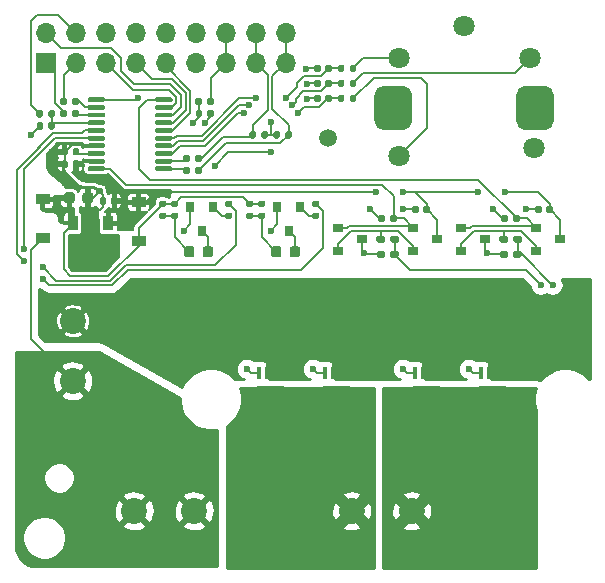
<source format=gtl>
G04 #@! TF.GenerationSoftware,KiCad,Pcbnew,5.1.10*
G04 #@! TF.CreationDate,2022-01-01T14:55:10+02:00*
G04 #@! TF.ProjectId,pwm-controller,70776d2d-636f-46e7-9472-6f6c6c65722e,rev?*
G04 #@! TF.SameCoordinates,Original*
G04 #@! TF.FileFunction,Copper,L1,Top*
G04 #@! TF.FilePolarity,Positive*
%FSLAX46Y46*%
G04 Gerber Fmt 4.6, Leading zero omitted, Abs format (unit mm)*
G04 Created by KiCad (PCBNEW 5.1.10) date 2022-01-01 14:55:10*
%MOMM*%
%LPD*%
G01*
G04 APERTURE LIST*
G04 #@! TA.AperFunction,SMDPad,CuDef*
%ADD10C,0.100000*%
G04 #@! TD*
G04 #@! TA.AperFunction,SMDPad,CuDef*
%ADD11R,0.405000X0.990000*%
G04 #@! TD*
G04 #@! TA.AperFunction,ComponentPad*
%ADD12C,2.200000*%
G04 #@! TD*
G04 #@! TA.AperFunction,ComponentPad*
%ADD13C,1.500000*%
G04 #@! TD*
G04 #@! TA.AperFunction,SMDPad,CuDef*
%ADD14R,1.200000X0.900000*%
G04 #@! TD*
G04 #@! TA.AperFunction,ComponentPad*
%ADD15O,1.700000X1.700000*%
G04 #@! TD*
G04 #@! TA.AperFunction,ComponentPad*
%ADD16R,1.700000X1.700000*%
G04 #@! TD*
G04 #@! TA.AperFunction,ComponentPad*
%ADD17C,1.800000*%
G04 #@! TD*
G04 #@! TA.AperFunction,SMDPad,CuDef*
%ADD18R,0.800000X0.900000*%
G04 #@! TD*
G04 #@! TA.AperFunction,SMDPad,CuDef*
%ADD19R,0.900000X1.300000*%
G04 #@! TD*
G04 #@! TA.AperFunction,SMDPad,CuDef*
%ADD20R,0.900000X0.800000*%
G04 #@! TD*
G04 #@! TA.AperFunction,ViaPad*
%ADD21C,0.600000*%
G04 #@! TD*
G04 #@! TA.AperFunction,Conductor*
%ADD22C,0.200000*%
G04 #@! TD*
G04 #@! TA.AperFunction,Conductor*
%ADD23C,0.254000*%
G04 #@! TD*
G04 #@! TA.AperFunction,Conductor*
%ADD24C,0.100000*%
G04 #@! TD*
G04 #@! TA.AperFunction,Conductor*
%ADD25C,0.250000*%
G04 #@! TD*
G04 APERTURE END LIST*
G04 #@! TA.AperFunction,SMDPad,CuDef*
G36*
G01*
X79742000Y-87307000D02*
X79742000Y-86937000D01*
G75*
G02*
X79877000Y-86802000I135000J0D01*
G01*
X80147000Y-86802000D01*
G75*
G02*
X80282000Y-86937000I0J-135000D01*
G01*
X80282000Y-87307000D01*
G75*
G02*
X80147000Y-87442000I-135000J0D01*
G01*
X79877000Y-87442000D01*
G75*
G02*
X79742000Y-87307000I0J135000D01*
G01*
G37*
G04 #@! TD.AperFunction*
G04 #@! TA.AperFunction,SMDPad,CuDef*
G36*
G01*
X78722000Y-87307000D02*
X78722000Y-86937000D01*
G75*
G02*
X78857000Y-86802000I135000J0D01*
G01*
X79127000Y-86802000D01*
G75*
G02*
X79262000Y-86937000I0J-135000D01*
G01*
X79262000Y-87307000D01*
G75*
G02*
X79127000Y-87442000I-135000J0D01*
G01*
X78857000Y-87442000D01*
G75*
G02*
X78722000Y-87307000I0J135000D01*
G01*
G37*
G04 #@! TD.AperFunction*
G04 #@! TA.AperFunction,SMDPad,CuDef*
G36*
G01*
X81774000Y-87269000D02*
X81774000Y-86899000D01*
G75*
G02*
X81909000Y-86764000I135000J0D01*
G01*
X82179000Y-86764000D01*
G75*
G02*
X82314000Y-86899000I0J-135000D01*
G01*
X82314000Y-87269000D01*
G75*
G02*
X82179000Y-87404000I-135000J0D01*
G01*
X81909000Y-87404000D01*
G75*
G02*
X81774000Y-87269000I0J135000D01*
G01*
G37*
G04 #@! TD.AperFunction*
G04 #@! TA.AperFunction,SMDPad,CuDef*
G36*
G01*
X80754000Y-87269000D02*
X80754000Y-86899000D01*
G75*
G02*
X80889000Y-86764000I135000J0D01*
G01*
X81159000Y-86764000D01*
G75*
G02*
X81294000Y-86899000I0J-135000D01*
G01*
X81294000Y-87269000D01*
G75*
G02*
X81159000Y-87404000I-135000J0D01*
G01*
X80889000Y-87404000D01*
G75*
G02*
X80754000Y-87269000I0J135000D01*
G01*
G37*
G04 #@! TD.AperFunction*
G04 #@! TA.AperFunction,SMDPad,CuDef*
G36*
G01*
X81774000Y-86253000D02*
X81774000Y-85883000D01*
G75*
G02*
X81909000Y-85748000I135000J0D01*
G01*
X82179000Y-85748000D01*
G75*
G02*
X82314000Y-85883000I0J-135000D01*
G01*
X82314000Y-86253000D01*
G75*
G02*
X82179000Y-86388000I-135000J0D01*
G01*
X81909000Y-86388000D01*
G75*
G02*
X81774000Y-86253000I0J135000D01*
G01*
G37*
G04 #@! TD.AperFunction*
G04 #@! TA.AperFunction,SMDPad,CuDef*
G36*
G01*
X80754000Y-86253000D02*
X80754000Y-85883000D01*
G75*
G02*
X80889000Y-85748000I135000J0D01*
G01*
X81159000Y-85748000D01*
G75*
G02*
X81294000Y-85883000I0J-135000D01*
G01*
X81294000Y-86253000D01*
G75*
G02*
X81159000Y-86388000I-135000J0D01*
G01*
X80889000Y-86388000D01*
G75*
G02*
X80754000Y-86253000I0J135000D01*
G01*
G37*
G04 #@! TD.AperFunction*
G04 #@! TA.AperFunction,SMDPad,CuDef*
G36*
G01*
X90239000Y-95490000D02*
X90609000Y-95490000D01*
G75*
G02*
X90744000Y-95625000I0J-135000D01*
G01*
X90744000Y-95895000D01*
G75*
G02*
X90609000Y-96030000I-135000J0D01*
G01*
X90239000Y-96030000D01*
G75*
G02*
X90104000Y-95895000I0J135000D01*
G01*
X90104000Y-95625000D01*
G75*
G02*
X90239000Y-95490000I135000J0D01*
G01*
G37*
G04 #@! TD.AperFunction*
G04 #@! TA.AperFunction,SMDPad,CuDef*
G36*
G01*
X90239000Y-94470000D02*
X90609000Y-94470000D01*
G75*
G02*
X90744000Y-94605000I0J-135000D01*
G01*
X90744000Y-94875000D01*
G75*
G02*
X90609000Y-95010000I-135000J0D01*
G01*
X90239000Y-95010000D01*
G75*
G02*
X90104000Y-94875000I0J135000D01*
G01*
X90104000Y-94605000D01*
G75*
G02*
X90239000Y-94470000I135000J0D01*
G01*
G37*
G04 #@! TD.AperFunction*
G04 #@! TA.AperFunction,SMDPad,CuDef*
D10*
G36*
X104927500Y-112420000D02*
G01*
X104927500Y-111910000D01*
X104672500Y-111910000D01*
X104672500Y-112420000D01*
X104267500Y-112420000D01*
X104267500Y-111910000D01*
X104012500Y-111910000D01*
X104012500Y-112420000D01*
X103607500Y-112420000D01*
X103607500Y-111910000D01*
X103352500Y-111910000D01*
X103352500Y-112420000D01*
X102945000Y-112420000D01*
X102945000Y-111660000D01*
X103022500Y-111660000D01*
X103022500Y-110185000D01*
X105257500Y-110185000D01*
X105257500Y-111660000D01*
X105335000Y-111660000D01*
X105335000Y-112420000D01*
X104927500Y-112420000D01*
G37*
G04 #@! TD.AperFunction*
D11*
X103150000Y-109055000D03*
X103810000Y-109055000D03*
X104470000Y-109055000D03*
X105130000Y-109055000D03*
G04 #@! TA.AperFunction,SMDPad,CuDef*
D10*
G36*
X118135500Y-112420000D02*
G01*
X118135500Y-111910000D01*
X117880500Y-111910000D01*
X117880500Y-112420000D01*
X117475500Y-112420000D01*
X117475500Y-111910000D01*
X117220500Y-111910000D01*
X117220500Y-112420000D01*
X116815500Y-112420000D01*
X116815500Y-111910000D01*
X116560500Y-111910000D01*
X116560500Y-112420000D01*
X116153000Y-112420000D01*
X116153000Y-111660000D01*
X116230500Y-111660000D01*
X116230500Y-110185000D01*
X118465500Y-110185000D01*
X118465500Y-111660000D01*
X118543000Y-111660000D01*
X118543000Y-112420000D01*
X118135500Y-112420000D01*
G37*
G04 #@! TD.AperFunction*
D11*
X116358000Y-109055000D03*
X117018000Y-109055000D03*
X117678000Y-109055000D03*
X118338000Y-109055000D03*
G04 #@! TA.AperFunction,SMDPad,CuDef*
G36*
G01*
X97605000Y-95490000D02*
X97975000Y-95490000D01*
G75*
G02*
X98110000Y-95625000I0J-135000D01*
G01*
X98110000Y-95895000D01*
G75*
G02*
X97975000Y-96030000I-135000J0D01*
G01*
X97605000Y-96030000D01*
G75*
G02*
X97470000Y-95895000I0J135000D01*
G01*
X97470000Y-95625000D01*
G75*
G02*
X97605000Y-95490000I135000J0D01*
G01*
G37*
G04 #@! TD.AperFunction*
G04 #@! TA.AperFunction,SMDPad,CuDef*
G36*
G01*
X97605000Y-94470000D02*
X97975000Y-94470000D01*
G75*
G02*
X98110000Y-94605000I0J-135000D01*
G01*
X98110000Y-94875000D01*
G75*
G02*
X97975000Y-95010000I-135000J0D01*
G01*
X97605000Y-95010000D01*
G75*
G02*
X97470000Y-94875000I0J135000D01*
G01*
X97470000Y-94605000D01*
G75*
G02*
X97605000Y-94470000I135000J0D01*
G01*
G37*
G04 #@! TD.AperFunction*
G04 #@! TA.AperFunction,SMDPad,CuDef*
G36*
G01*
X96589000Y-95490000D02*
X96959000Y-95490000D01*
G75*
G02*
X97094000Y-95625000I0J-135000D01*
G01*
X97094000Y-95895000D01*
G75*
G02*
X96959000Y-96030000I-135000J0D01*
G01*
X96589000Y-96030000D01*
G75*
G02*
X96454000Y-95895000I0J135000D01*
G01*
X96454000Y-95625000D01*
G75*
G02*
X96589000Y-95490000I135000J0D01*
G01*
G37*
G04 #@! TD.AperFunction*
G04 #@! TA.AperFunction,SMDPad,CuDef*
G36*
G01*
X96589000Y-94470000D02*
X96959000Y-94470000D01*
G75*
G02*
X97094000Y-94605000I0J-135000D01*
G01*
X97094000Y-94875000D01*
G75*
G02*
X96959000Y-95010000I-135000J0D01*
G01*
X96589000Y-95010000D01*
G75*
G02*
X96454000Y-94875000I0J135000D01*
G01*
X96454000Y-94605000D01*
G75*
G02*
X96589000Y-94470000I135000J0D01*
G01*
G37*
G04 #@! TD.AperFunction*
G04 #@! TA.AperFunction,SMDPad,CuDef*
G36*
G01*
X89223000Y-95490000D02*
X89593000Y-95490000D01*
G75*
G02*
X89728000Y-95625000I0J-135000D01*
G01*
X89728000Y-95895000D01*
G75*
G02*
X89593000Y-96030000I-135000J0D01*
G01*
X89223000Y-96030000D01*
G75*
G02*
X89088000Y-95895000I0J135000D01*
G01*
X89088000Y-95625000D01*
G75*
G02*
X89223000Y-95490000I135000J0D01*
G01*
G37*
G04 #@! TD.AperFunction*
G04 #@! TA.AperFunction,SMDPad,CuDef*
G36*
G01*
X89223000Y-94470000D02*
X89593000Y-94470000D01*
G75*
G02*
X89728000Y-94605000I0J-135000D01*
G01*
X89728000Y-94875000D01*
G75*
G02*
X89593000Y-95010000I-135000J0D01*
G01*
X89223000Y-95010000D01*
G75*
G02*
X89088000Y-94875000I0J135000D01*
G01*
X89088000Y-94605000D01*
G75*
G02*
X89223000Y-94470000I135000J0D01*
G01*
G37*
G04 #@! TD.AperFunction*
G04 #@! TA.AperFunction,SMDPad,CuDef*
G36*
G01*
X92724000Y-85883000D02*
X92724000Y-86253000D01*
G75*
G02*
X92589000Y-86388000I-135000J0D01*
G01*
X92319000Y-86388000D01*
G75*
G02*
X92184000Y-86253000I0J135000D01*
G01*
X92184000Y-85883000D01*
G75*
G02*
X92319000Y-85748000I135000J0D01*
G01*
X92589000Y-85748000D01*
G75*
G02*
X92724000Y-85883000I0J-135000D01*
G01*
G37*
G04 #@! TD.AperFunction*
G04 #@! TA.AperFunction,SMDPad,CuDef*
G36*
G01*
X93744000Y-85883000D02*
X93744000Y-86253000D01*
G75*
G02*
X93609000Y-86388000I-135000J0D01*
G01*
X93339000Y-86388000D01*
G75*
G02*
X93204000Y-86253000I0J135000D01*
G01*
X93204000Y-85883000D01*
G75*
G02*
X93339000Y-85748000I135000J0D01*
G01*
X93609000Y-85748000D01*
G75*
G02*
X93744000Y-85883000I0J-135000D01*
G01*
G37*
G04 #@! TD.AperFunction*
X99542000Y-109055000D03*
X98882000Y-109055000D03*
X98222000Y-109055000D03*
X97562000Y-109055000D03*
G04 #@! TA.AperFunction,SMDPad,CuDef*
D10*
G36*
X99339500Y-112420000D02*
G01*
X99339500Y-111910000D01*
X99084500Y-111910000D01*
X99084500Y-112420000D01*
X98679500Y-112420000D01*
X98679500Y-111910000D01*
X98424500Y-111910000D01*
X98424500Y-112420000D01*
X98019500Y-112420000D01*
X98019500Y-111910000D01*
X97764500Y-111910000D01*
X97764500Y-112420000D01*
X97357000Y-112420000D01*
X97357000Y-111660000D01*
X97434500Y-111660000D01*
X97434500Y-110185000D01*
X99669500Y-110185000D01*
X99669500Y-111660000D01*
X99747000Y-111660000D01*
X99747000Y-112420000D01*
X99339500Y-112420000D01*
G37*
G04 #@! TD.AperFunction*
D11*
X112750000Y-109055000D03*
X112090000Y-109055000D03*
X111430000Y-109055000D03*
X110770000Y-109055000D03*
G04 #@! TA.AperFunction,SMDPad,CuDef*
D10*
G36*
X112547500Y-112420000D02*
G01*
X112547500Y-111910000D01*
X112292500Y-111910000D01*
X112292500Y-112420000D01*
X111887500Y-112420000D01*
X111887500Y-111910000D01*
X111632500Y-111910000D01*
X111632500Y-112420000D01*
X111227500Y-112420000D01*
X111227500Y-111910000D01*
X110972500Y-111910000D01*
X110972500Y-112420000D01*
X110565000Y-112420000D01*
X110565000Y-111660000D01*
X110642500Y-111660000D01*
X110642500Y-110185000D01*
X112877500Y-110185000D01*
X112877500Y-111660000D01*
X112955000Y-111660000D01*
X112955000Y-112420000D01*
X112547500Y-112420000D01*
G37*
G04 #@! TD.AperFunction*
D12*
X86995000Y-120739000D03*
X92075000Y-120739000D03*
D13*
X103378000Y-89154000D03*
D14*
X87376000Y-94616000D03*
X87376000Y-97916000D03*
D15*
X99822000Y-80264000D03*
X99822000Y-82804000D03*
X97282000Y-80264000D03*
X97282000Y-82804000D03*
X94742000Y-80264000D03*
X94742000Y-82804000D03*
X92202000Y-80264000D03*
X92202000Y-82804000D03*
X89662000Y-80264000D03*
X89662000Y-82804000D03*
X87122000Y-80264000D03*
X87122000Y-82804000D03*
X84582000Y-80264000D03*
X84582000Y-82804000D03*
X82042000Y-80264000D03*
X82042000Y-82804000D03*
X79502000Y-80264000D03*
D16*
X79502000Y-82804000D03*
G04 #@! TA.AperFunction,ComponentPad*
G36*
G01*
X119335000Y-87726000D02*
X119335000Y-85526000D01*
G75*
G02*
X120135000Y-84726000I800000J0D01*
G01*
X121735000Y-84726000D01*
G75*
G02*
X122535000Y-85526000I0J-800000D01*
G01*
X122535000Y-87726000D01*
G75*
G02*
X121735000Y-88526000I-800000J0D01*
G01*
X120135000Y-88526000D01*
G75*
G02*
X119335000Y-87726000I0J800000D01*
G01*
G37*
G04 #@! TD.AperFunction*
G04 #@! TA.AperFunction,ComponentPad*
G36*
G01*
X107335000Y-87726000D02*
X107335000Y-85526000D01*
G75*
G02*
X108135000Y-84726000I800000J0D01*
G01*
X109735000Y-84726000D01*
G75*
G02*
X110535000Y-85526000I0J-800000D01*
G01*
X110535000Y-87726000D01*
G75*
G02*
X109735000Y-88526000I-800000J0D01*
G01*
X108135000Y-88526000D01*
G75*
G02*
X107335000Y-87726000I0J800000D01*
G01*
G37*
G04 #@! TD.AperFunction*
D17*
X114935000Y-79726000D03*
X109385000Y-82426000D03*
X120485000Y-82426000D03*
X120885000Y-90026000D03*
X109385000Y-90726000D03*
G04 #@! TA.AperFunction,SMDPad,CuDef*
G36*
G01*
X92764000Y-86914000D02*
X92764000Y-87254000D01*
G75*
G02*
X92624000Y-87394000I-140000J0D01*
G01*
X92344000Y-87394000D01*
G75*
G02*
X92204000Y-87254000I0J140000D01*
G01*
X92204000Y-86914000D01*
G75*
G02*
X92344000Y-86774000I140000J0D01*
G01*
X92624000Y-86774000D01*
G75*
G02*
X92764000Y-86914000I0J-140000D01*
G01*
G37*
G04 #@! TD.AperFunction*
G04 #@! TA.AperFunction,SMDPad,CuDef*
G36*
G01*
X93724000Y-86914000D02*
X93724000Y-87254000D01*
G75*
G02*
X93584000Y-87394000I-140000J0D01*
G01*
X93304000Y-87394000D01*
G75*
G02*
X93164000Y-87254000I0J140000D01*
G01*
X93164000Y-86914000D01*
G75*
G02*
X93304000Y-86774000I140000J0D01*
G01*
X93584000Y-86774000D01*
G75*
G02*
X93724000Y-86914000I0J-140000D01*
G01*
G37*
G04 #@! TD.AperFunction*
D14*
X79248000Y-97662000D03*
X79248000Y-94362000D03*
G04 #@! TA.AperFunction,SMDPad,CuDef*
G36*
G01*
X97776000Y-89085000D02*
X97776000Y-88715000D01*
G75*
G02*
X97911000Y-88580000I135000J0D01*
G01*
X98181000Y-88580000D01*
G75*
G02*
X98316000Y-88715000I0J-135000D01*
G01*
X98316000Y-89085000D01*
G75*
G02*
X98181000Y-89220000I-135000J0D01*
G01*
X97911000Y-89220000D01*
G75*
G02*
X97776000Y-89085000I0J135000D01*
G01*
G37*
G04 #@! TD.AperFunction*
G04 #@! TA.AperFunction,SMDPad,CuDef*
G36*
G01*
X96756000Y-89085000D02*
X96756000Y-88715000D01*
G75*
G02*
X96891000Y-88580000I135000J0D01*
G01*
X97161000Y-88580000D01*
G75*
G02*
X97296000Y-88715000I0J-135000D01*
G01*
X97296000Y-89085000D01*
G75*
G02*
X97161000Y-89220000I-135000J0D01*
G01*
X96891000Y-89220000D01*
G75*
G02*
X96756000Y-89085000I0J135000D01*
G01*
G37*
G04 #@! TD.AperFunction*
G04 #@! TA.AperFunction,SMDPad,CuDef*
G36*
G01*
X99328000Y-88715000D02*
X99328000Y-89085000D01*
G75*
G02*
X99193000Y-89220000I-135000J0D01*
G01*
X98923000Y-89220000D01*
G75*
G02*
X98788000Y-89085000I0J135000D01*
G01*
X98788000Y-88715000D01*
G75*
G02*
X98923000Y-88580000I135000J0D01*
G01*
X99193000Y-88580000D01*
G75*
G02*
X99328000Y-88715000I0J-135000D01*
G01*
G37*
G04 #@! TD.AperFunction*
G04 #@! TA.AperFunction,SMDPad,CuDef*
G36*
G01*
X100348000Y-88715000D02*
X100348000Y-89085000D01*
G75*
G02*
X100213000Y-89220000I-135000J0D01*
G01*
X99943000Y-89220000D01*
G75*
G02*
X99808000Y-89085000I0J135000D01*
G01*
X99808000Y-88715000D01*
G75*
G02*
X99943000Y-88580000I135000J0D01*
G01*
X100213000Y-88580000D01*
G75*
G02*
X100348000Y-88715000I0J-135000D01*
G01*
G37*
G04 #@! TD.AperFunction*
G04 #@! TA.AperFunction,SMDPad,CuDef*
G36*
G01*
X103197000Y-85984000D02*
X103197000Y-85644000D01*
G75*
G02*
X103337000Y-85504000I140000J0D01*
G01*
X103617000Y-85504000D01*
G75*
G02*
X103757000Y-85644000I0J-140000D01*
G01*
X103757000Y-85984000D01*
G75*
G02*
X103617000Y-86124000I-140000J0D01*
G01*
X103337000Y-86124000D01*
G75*
G02*
X103197000Y-85984000I0J140000D01*
G01*
G37*
G04 #@! TD.AperFunction*
G04 #@! TA.AperFunction,SMDPad,CuDef*
G36*
G01*
X102237000Y-85984000D02*
X102237000Y-85644000D01*
G75*
G02*
X102377000Y-85504000I140000J0D01*
G01*
X102657000Y-85504000D01*
G75*
G02*
X102797000Y-85644000I0J-140000D01*
G01*
X102797000Y-85984000D01*
G75*
G02*
X102657000Y-86124000I-140000J0D01*
G01*
X102377000Y-86124000D01*
G75*
G02*
X102237000Y-85984000I0J140000D01*
G01*
G37*
G04 #@! TD.AperFunction*
G04 #@! TA.AperFunction,SMDPad,CuDef*
G36*
G01*
X103197000Y-83444000D02*
X103197000Y-83104000D01*
G75*
G02*
X103337000Y-82964000I140000J0D01*
G01*
X103617000Y-82964000D01*
G75*
G02*
X103757000Y-83104000I0J-140000D01*
G01*
X103757000Y-83444000D01*
G75*
G02*
X103617000Y-83584000I-140000J0D01*
G01*
X103337000Y-83584000D01*
G75*
G02*
X103197000Y-83444000I0J140000D01*
G01*
G37*
G04 #@! TD.AperFunction*
G04 #@! TA.AperFunction,SMDPad,CuDef*
G36*
G01*
X102237000Y-83444000D02*
X102237000Y-83104000D01*
G75*
G02*
X102377000Y-82964000I140000J0D01*
G01*
X102657000Y-82964000D01*
G75*
G02*
X102797000Y-83104000I0J-140000D01*
G01*
X102797000Y-83444000D01*
G75*
G02*
X102657000Y-83584000I-140000J0D01*
G01*
X102377000Y-83584000D01*
G75*
G02*
X102237000Y-83444000I0J140000D01*
G01*
G37*
G04 #@! TD.AperFunction*
G04 #@! TA.AperFunction,SMDPad,CuDef*
G36*
G01*
X103197000Y-84714000D02*
X103197000Y-84374000D01*
G75*
G02*
X103337000Y-84234000I140000J0D01*
G01*
X103617000Y-84234000D01*
G75*
G02*
X103757000Y-84374000I0J-140000D01*
G01*
X103757000Y-84714000D01*
G75*
G02*
X103617000Y-84854000I-140000J0D01*
G01*
X103337000Y-84854000D01*
G75*
G02*
X103197000Y-84714000I0J140000D01*
G01*
G37*
G04 #@! TD.AperFunction*
G04 #@! TA.AperFunction,SMDPad,CuDef*
G36*
G01*
X102237000Y-84714000D02*
X102237000Y-84374000D01*
G75*
G02*
X102377000Y-84234000I140000J0D01*
G01*
X102657000Y-84234000D01*
G75*
G02*
X102797000Y-84374000I0J-140000D01*
G01*
X102797000Y-84714000D01*
G75*
G02*
X102657000Y-84854000I-140000J0D01*
G01*
X102377000Y-84854000D01*
G75*
G02*
X102237000Y-84714000I0J140000D01*
G01*
G37*
G04 #@! TD.AperFunction*
G04 #@! TA.AperFunction,SMDPad,CuDef*
G36*
G01*
X88774000Y-86029000D02*
X88774000Y-85829000D01*
G75*
G02*
X88874000Y-85729000I100000J0D01*
G01*
X90149000Y-85729000D01*
G75*
G02*
X90249000Y-85829000I0J-100000D01*
G01*
X90249000Y-86029000D01*
G75*
G02*
X90149000Y-86129000I-100000J0D01*
G01*
X88874000Y-86129000D01*
G75*
G02*
X88774000Y-86029000I0J100000D01*
G01*
G37*
G04 #@! TD.AperFunction*
G04 #@! TA.AperFunction,SMDPad,CuDef*
G36*
G01*
X88774000Y-86679000D02*
X88774000Y-86479000D01*
G75*
G02*
X88874000Y-86379000I100000J0D01*
G01*
X90149000Y-86379000D01*
G75*
G02*
X90249000Y-86479000I0J-100000D01*
G01*
X90249000Y-86679000D01*
G75*
G02*
X90149000Y-86779000I-100000J0D01*
G01*
X88874000Y-86779000D01*
G75*
G02*
X88774000Y-86679000I0J100000D01*
G01*
G37*
G04 #@! TD.AperFunction*
G04 #@! TA.AperFunction,SMDPad,CuDef*
G36*
G01*
X88774000Y-87329000D02*
X88774000Y-87129000D01*
G75*
G02*
X88874000Y-87029000I100000J0D01*
G01*
X90149000Y-87029000D01*
G75*
G02*
X90249000Y-87129000I0J-100000D01*
G01*
X90249000Y-87329000D01*
G75*
G02*
X90149000Y-87429000I-100000J0D01*
G01*
X88874000Y-87429000D01*
G75*
G02*
X88774000Y-87329000I0J100000D01*
G01*
G37*
G04 #@! TD.AperFunction*
G04 #@! TA.AperFunction,SMDPad,CuDef*
G36*
G01*
X88774000Y-87979000D02*
X88774000Y-87779000D01*
G75*
G02*
X88874000Y-87679000I100000J0D01*
G01*
X90149000Y-87679000D01*
G75*
G02*
X90249000Y-87779000I0J-100000D01*
G01*
X90249000Y-87979000D01*
G75*
G02*
X90149000Y-88079000I-100000J0D01*
G01*
X88874000Y-88079000D01*
G75*
G02*
X88774000Y-87979000I0J100000D01*
G01*
G37*
G04 #@! TD.AperFunction*
G04 #@! TA.AperFunction,SMDPad,CuDef*
G36*
G01*
X88774000Y-88629000D02*
X88774000Y-88429000D01*
G75*
G02*
X88874000Y-88329000I100000J0D01*
G01*
X90149000Y-88329000D01*
G75*
G02*
X90249000Y-88429000I0J-100000D01*
G01*
X90249000Y-88629000D01*
G75*
G02*
X90149000Y-88729000I-100000J0D01*
G01*
X88874000Y-88729000D01*
G75*
G02*
X88774000Y-88629000I0J100000D01*
G01*
G37*
G04 #@! TD.AperFunction*
G04 #@! TA.AperFunction,SMDPad,CuDef*
G36*
G01*
X88774000Y-89279000D02*
X88774000Y-89079000D01*
G75*
G02*
X88874000Y-88979000I100000J0D01*
G01*
X90149000Y-88979000D01*
G75*
G02*
X90249000Y-89079000I0J-100000D01*
G01*
X90249000Y-89279000D01*
G75*
G02*
X90149000Y-89379000I-100000J0D01*
G01*
X88874000Y-89379000D01*
G75*
G02*
X88774000Y-89279000I0J100000D01*
G01*
G37*
G04 #@! TD.AperFunction*
G04 #@! TA.AperFunction,SMDPad,CuDef*
G36*
G01*
X88774000Y-89929000D02*
X88774000Y-89729000D01*
G75*
G02*
X88874000Y-89629000I100000J0D01*
G01*
X90149000Y-89629000D01*
G75*
G02*
X90249000Y-89729000I0J-100000D01*
G01*
X90249000Y-89929000D01*
G75*
G02*
X90149000Y-90029000I-100000J0D01*
G01*
X88874000Y-90029000D01*
G75*
G02*
X88774000Y-89929000I0J100000D01*
G01*
G37*
G04 #@! TD.AperFunction*
G04 #@! TA.AperFunction,SMDPad,CuDef*
G36*
G01*
X88774000Y-90579000D02*
X88774000Y-90379000D01*
G75*
G02*
X88874000Y-90279000I100000J0D01*
G01*
X90149000Y-90279000D01*
G75*
G02*
X90249000Y-90379000I0J-100000D01*
G01*
X90249000Y-90579000D01*
G75*
G02*
X90149000Y-90679000I-100000J0D01*
G01*
X88874000Y-90679000D01*
G75*
G02*
X88774000Y-90579000I0J100000D01*
G01*
G37*
G04 #@! TD.AperFunction*
G04 #@! TA.AperFunction,SMDPad,CuDef*
G36*
G01*
X88774000Y-91229000D02*
X88774000Y-91029000D01*
G75*
G02*
X88874000Y-90929000I100000J0D01*
G01*
X90149000Y-90929000D01*
G75*
G02*
X90249000Y-91029000I0J-100000D01*
G01*
X90249000Y-91229000D01*
G75*
G02*
X90149000Y-91329000I-100000J0D01*
G01*
X88874000Y-91329000D01*
G75*
G02*
X88774000Y-91229000I0J100000D01*
G01*
G37*
G04 #@! TD.AperFunction*
G04 #@! TA.AperFunction,SMDPad,CuDef*
G36*
G01*
X88774000Y-91879000D02*
X88774000Y-91679000D01*
G75*
G02*
X88874000Y-91579000I100000J0D01*
G01*
X90149000Y-91579000D01*
G75*
G02*
X90249000Y-91679000I0J-100000D01*
G01*
X90249000Y-91879000D01*
G75*
G02*
X90149000Y-91979000I-100000J0D01*
G01*
X88874000Y-91979000D01*
G75*
G02*
X88774000Y-91879000I0J100000D01*
G01*
G37*
G04 #@! TD.AperFunction*
G04 #@! TA.AperFunction,SMDPad,CuDef*
G36*
G01*
X83049000Y-91879000D02*
X83049000Y-91679000D01*
G75*
G02*
X83149000Y-91579000I100000J0D01*
G01*
X84424000Y-91579000D01*
G75*
G02*
X84524000Y-91679000I0J-100000D01*
G01*
X84524000Y-91879000D01*
G75*
G02*
X84424000Y-91979000I-100000J0D01*
G01*
X83149000Y-91979000D01*
G75*
G02*
X83049000Y-91879000I0J100000D01*
G01*
G37*
G04 #@! TD.AperFunction*
G04 #@! TA.AperFunction,SMDPad,CuDef*
G36*
G01*
X83049000Y-91229000D02*
X83049000Y-91029000D01*
G75*
G02*
X83149000Y-90929000I100000J0D01*
G01*
X84424000Y-90929000D01*
G75*
G02*
X84524000Y-91029000I0J-100000D01*
G01*
X84524000Y-91229000D01*
G75*
G02*
X84424000Y-91329000I-100000J0D01*
G01*
X83149000Y-91329000D01*
G75*
G02*
X83049000Y-91229000I0J100000D01*
G01*
G37*
G04 #@! TD.AperFunction*
G04 #@! TA.AperFunction,SMDPad,CuDef*
G36*
G01*
X83049000Y-90579000D02*
X83049000Y-90379000D01*
G75*
G02*
X83149000Y-90279000I100000J0D01*
G01*
X84424000Y-90279000D01*
G75*
G02*
X84524000Y-90379000I0J-100000D01*
G01*
X84524000Y-90579000D01*
G75*
G02*
X84424000Y-90679000I-100000J0D01*
G01*
X83149000Y-90679000D01*
G75*
G02*
X83049000Y-90579000I0J100000D01*
G01*
G37*
G04 #@! TD.AperFunction*
G04 #@! TA.AperFunction,SMDPad,CuDef*
G36*
G01*
X83049000Y-89929000D02*
X83049000Y-89729000D01*
G75*
G02*
X83149000Y-89629000I100000J0D01*
G01*
X84424000Y-89629000D01*
G75*
G02*
X84524000Y-89729000I0J-100000D01*
G01*
X84524000Y-89929000D01*
G75*
G02*
X84424000Y-90029000I-100000J0D01*
G01*
X83149000Y-90029000D01*
G75*
G02*
X83049000Y-89929000I0J100000D01*
G01*
G37*
G04 #@! TD.AperFunction*
G04 #@! TA.AperFunction,SMDPad,CuDef*
G36*
G01*
X83049000Y-89279000D02*
X83049000Y-89079000D01*
G75*
G02*
X83149000Y-88979000I100000J0D01*
G01*
X84424000Y-88979000D01*
G75*
G02*
X84524000Y-89079000I0J-100000D01*
G01*
X84524000Y-89279000D01*
G75*
G02*
X84424000Y-89379000I-100000J0D01*
G01*
X83149000Y-89379000D01*
G75*
G02*
X83049000Y-89279000I0J100000D01*
G01*
G37*
G04 #@! TD.AperFunction*
G04 #@! TA.AperFunction,SMDPad,CuDef*
G36*
G01*
X83049000Y-88629000D02*
X83049000Y-88429000D01*
G75*
G02*
X83149000Y-88329000I100000J0D01*
G01*
X84424000Y-88329000D01*
G75*
G02*
X84524000Y-88429000I0J-100000D01*
G01*
X84524000Y-88629000D01*
G75*
G02*
X84424000Y-88729000I-100000J0D01*
G01*
X83149000Y-88729000D01*
G75*
G02*
X83049000Y-88629000I0J100000D01*
G01*
G37*
G04 #@! TD.AperFunction*
G04 #@! TA.AperFunction,SMDPad,CuDef*
G36*
G01*
X83049000Y-87979000D02*
X83049000Y-87779000D01*
G75*
G02*
X83149000Y-87679000I100000J0D01*
G01*
X84424000Y-87679000D01*
G75*
G02*
X84524000Y-87779000I0J-100000D01*
G01*
X84524000Y-87979000D01*
G75*
G02*
X84424000Y-88079000I-100000J0D01*
G01*
X83149000Y-88079000D01*
G75*
G02*
X83049000Y-87979000I0J100000D01*
G01*
G37*
G04 #@! TD.AperFunction*
G04 #@! TA.AperFunction,SMDPad,CuDef*
G36*
G01*
X83049000Y-87329000D02*
X83049000Y-87129000D01*
G75*
G02*
X83149000Y-87029000I100000J0D01*
G01*
X84424000Y-87029000D01*
G75*
G02*
X84524000Y-87129000I0J-100000D01*
G01*
X84524000Y-87329000D01*
G75*
G02*
X84424000Y-87429000I-100000J0D01*
G01*
X83149000Y-87429000D01*
G75*
G02*
X83049000Y-87329000I0J100000D01*
G01*
G37*
G04 #@! TD.AperFunction*
G04 #@! TA.AperFunction,SMDPad,CuDef*
G36*
G01*
X83049000Y-86679000D02*
X83049000Y-86479000D01*
G75*
G02*
X83149000Y-86379000I100000J0D01*
G01*
X84424000Y-86379000D01*
G75*
G02*
X84524000Y-86479000I0J-100000D01*
G01*
X84524000Y-86679000D01*
G75*
G02*
X84424000Y-86779000I-100000J0D01*
G01*
X83149000Y-86779000D01*
G75*
G02*
X83049000Y-86679000I0J100000D01*
G01*
G37*
G04 #@! TD.AperFunction*
G04 #@! TA.AperFunction,SMDPad,CuDef*
G36*
G01*
X83049000Y-86029000D02*
X83049000Y-85829000D01*
G75*
G02*
X83149000Y-85729000I100000J0D01*
G01*
X84424000Y-85729000D01*
G75*
G02*
X84524000Y-85829000I0J-100000D01*
G01*
X84524000Y-86029000D01*
G75*
G02*
X84424000Y-86129000I-100000J0D01*
G01*
X83149000Y-86129000D01*
G75*
G02*
X83049000Y-86029000I0J100000D01*
G01*
G37*
G04 #@! TD.AperFunction*
G04 #@! TA.AperFunction,SMDPad,CuDef*
G36*
G01*
X84636000Y-94318000D02*
X84636000Y-94658000D01*
G75*
G02*
X84496000Y-94798000I-140000J0D01*
G01*
X84216000Y-94798000D01*
G75*
G02*
X84076000Y-94658000I0J140000D01*
G01*
X84076000Y-94318000D01*
G75*
G02*
X84216000Y-94178000I140000J0D01*
G01*
X84496000Y-94178000D01*
G75*
G02*
X84636000Y-94318000I0J-140000D01*
G01*
G37*
G04 #@! TD.AperFunction*
G04 #@! TA.AperFunction,SMDPad,CuDef*
G36*
G01*
X85596000Y-94318000D02*
X85596000Y-94658000D01*
G75*
G02*
X85456000Y-94798000I-140000J0D01*
G01*
X85176000Y-94798000D01*
G75*
G02*
X85036000Y-94658000I0J140000D01*
G01*
X85036000Y-94318000D01*
G75*
G02*
X85176000Y-94178000I140000J0D01*
G01*
X85456000Y-94178000D01*
G75*
G02*
X85596000Y-94318000I0J-140000D01*
G01*
G37*
G04 #@! TD.AperFunction*
G04 #@! TA.AperFunction,SMDPad,CuDef*
G36*
G01*
X91708000Y-91725000D02*
X91708000Y-92095000D01*
G75*
G02*
X91573000Y-92230000I-135000J0D01*
G01*
X91303000Y-92230000D01*
G75*
G02*
X91168000Y-92095000I0J135000D01*
G01*
X91168000Y-91725000D01*
G75*
G02*
X91303000Y-91590000I135000J0D01*
G01*
X91573000Y-91590000D01*
G75*
G02*
X91708000Y-91725000I0J-135000D01*
G01*
G37*
G04 #@! TD.AperFunction*
G04 #@! TA.AperFunction,SMDPad,CuDef*
G36*
G01*
X92728000Y-91725000D02*
X92728000Y-92095000D01*
G75*
G02*
X92593000Y-92230000I-135000J0D01*
G01*
X92323000Y-92230000D01*
G75*
G02*
X92188000Y-92095000I0J135000D01*
G01*
X92188000Y-91725000D01*
G75*
G02*
X92323000Y-91590000I135000J0D01*
G01*
X92593000Y-91590000D01*
G75*
G02*
X92728000Y-91725000I0J-135000D01*
G01*
G37*
G04 #@! TD.AperFunction*
G04 #@! TA.AperFunction,SMDPad,CuDef*
G36*
G01*
X91708000Y-90709000D02*
X91708000Y-91079000D01*
G75*
G02*
X91573000Y-91214000I-135000J0D01*
G01*
X91303000Y-91214000D01*
G75*
G02*
X91168000Y-91079000I0J135000D01*
G01*
X91168000Y-90709000D01*
G75*
G02*
X91303000Y-90574000I135000J0D01*
G01*
X91573000Y-90574000D01*
G75*
G02*
X91708000Y-90709000I0J-135000D01*
G01*
G37*
G04 #@! TD.AperFunction*
G04 #@! TA.AperFunction,SMDPad,CuDef*
G36*
G01*
X92728000Y-90709000D02*
X92728000Y-91079000D01*
G75*
G02*
X92593000Y-91214000I-135000J0D01*
G01*
X92323000Y-91214000D01*
G75*
G02*
X92188000Y-91079000I0J135000D01*
G01*
X92188000Y-90709000D01*
G75*
G02*
X92323000Y-90574000I135000J0D01*
G01*
X92593000Y-90574000D01*
G75*
G02*
X92728000Y-90709000I0J-135000D01*
G01*
G37*
G04 #@! TD.AperFunction*
G04 #@! TA.AperFunction,SMDPad,CuDef*
G36*
G01*
X95181000Y-95010000D02*
X94811000Y-95010000D01*
G75*
G02*
X94676000Y-94875000I0J135000D01*
G01*
X94676000Y-94605000D01*
G75*
G02*
X94811000Y-94470000I135000J0D01*
G01*
X95181000Y-94470000D01*
G75*
G02*
X95316000Y-94605000I0J-135000D01*
G01*
X95316000Y-94875000D01*
G75*
G02*
X95181000Y-95010000I-135000J0D01*
G01*
G37*
G04 #@! TD.AperFunction*
G04 #@! TA.AperFunction,SMDPad,CuDef*
G36*
G01*
X95181000Y-96030000D02*
X94811000Y-96030000D01*
G75*
G02*
X94676000Y-95895000I0J135000D01*
G01*
X94676000Y-95625000D01*
G75*
G02*
X94811000Y-95490000I135000J0D01*
G01*
X95181000Y-95490000D01*
G75*
G02*
X95316000Y-95625000I0J-135000D01*
G01*
X95316000Y-95895000D01*
G75*
G02*
X95181000Y-96030000I-135000J0D01*
G01*
G37*
G04 #@! TD.AperFunction*
G04 #@! TA.AperFunction,SMDPad,CuDef*
G36*
G01*
X99472000Y-98549750D02*
X99472000Y-99062250D01*
G75*
G02*
X99253250Y-99281000I-218750J0D01*
G01*
X98815750Y-99281000D01*
G75*
G02*
X98597000Y-99062250I0J218750D01*
G01*
X98597000Y-98549750D01*
G75*
G02*
X98815750Y-98331000I218750J0D01*
G01*
X99253250Y-98331000D01*
G75*
G02*
X99472000Y-98549750I0J-218750D01*
G01*
G37*
G04 #@! TD.AperFunction*
G04 #@! TA.AperFunction,SMDPad,CuDef*
G36*
G01*
X101047000Y-98549750D02*
X101047000Y-99062250D01*
G75*
G02*
X100828250Y-99281000I-218750J0D01*
G01*
X100390750Y-99281000D01*
G75*
G02*
X100172000Y-99062250I0J218750D01*
G01*
X100172000Y-98549750D01*
G75*
G02*
X100390750Y-98331000I218750J0D01*
G01*
X100828250Y-98331000D01*
G75*
G02*
X101047000Y-98549750I0J-218750D01*
G01*
G37*
G04 #@! TD.AperFunction*
G04 #@! TA.AperFunction,SMDPad,CuDef*
G36*
G01*
X92106000Y-98549750D02*
X92106000Y-99062250D01*
G75*
G02*
X91887250Y-99281000I-218750J0D01*
G01*
X91449750Y-99281000D01*
G75*
G02*
X91231000Y-99062250I0J218750D01*
G01*
X91231000Y-98549750D01*
G75*
G02*
X91449750Y-98331000I218750J0D01*
G01*
X91887250Y-98331000D01*
G75*
G02*
X92106000Y-98549750I0J-218750D01*
G01*
G37*
G04 #@! TD.AperFunction*
G04 #@! TA.AperFunction,SMDPad,CuDef*
G36*
G01*
X93681000Y-98549750D02*
X93681000Y-99062250D01*
G75*
G02*
X93462250Y-99281000I-218750J0D01*
G01*
X93024750Y-99281000D01*
G75*
G02*
X92806000Y-99062250I0J218750D01*
G01*
X92806000Y-98549750D01*
G75*
G02*
X93024750Y-98331000I218750J0D01*
G01*
X93462250Y-98331000D01*
G75*
G02*
X93681000Y-98549750I0J-218750D01*
G01*
G37*
G04 #@! TD.AperFunction*
G04 #@! TA.AperFunction,SMDPad,CuDef*
G36*
G01*
X102547000Y-95010000D02*
X102177000Y-95010000D01*
G75*
G02*
X102042000Y-94875000I0J135000D01*
G01*
X102042000Y-94605000D01*
G75*
G02*
X102177000Y-94470000I135000J0D01*
G01*
X102547000Y-94470000D01*
G75*
G02*
X102682000Y-94605000I0J-135000D01*
G01*
X102682000Y-94875000D01*
G75*
G02*
X102547000Y-95010000I-135000J0D01*
G01*
G37*
G04 #@! TD.AperFunction*
G04 #@! TA.AperFunction,SMDPad,CuDef*
G36*
G01*
X102547000Y-96030000D02*
X102177000Y-96030000D01*
G75*
G02*
X102042000Y-95895000I0J135000D01*
G01*
X102042000Y-95625000D01*
G75*
G02*
X102177000Y-95490000I135000J0D01*
G01*
X102547000Y-95490000D01*
G75*
G02*
X102682000Y-95625000I0J-135000D01*
G01*
X102682000Y-95895000D01*
G75*
G02*
X102547000Y-96030000I-135000J0D01*
G01*
G37*
G04 #@! TD.AperFunction*
D18*
X100076000Y-97012000D03*
X99126000Y-95012000D03*
X101026000Y-95012000D03*
X92710000Y-97012000D03*
X91760000Y-95012000D03*
X93660000Y-95012000D03*
G04 #@! TA.AperFunction,SMDPad,CuDef*
G36*
G01*
X104789000Y-83089000D02*
X104789000Y-83459000D01*
G75*
G02*
X104654000Y-83594000I-135000J0D01*
G01*
X104384000Y-83594000D01*
G75*
G02*
X104249000Y-83459000I0J135000D01*
G01*
X104249000Y-83089000D01*
G75*
G02*
X104384000Y-82954000I135000J0D01*
G01*
X104654000Y-82954000D01*
G75*
G02*
X104789000Y-83089000I0J-135000D01*
G01*
G37*
G04 #@! TD.AperFunction*
G04 #@! TA.AperFunction,SMDPad,CuDef*
G36*
G01*
X105809000Y-83089000D02*
X105809000Y-83459000D01*
G75*
G02*
X105674000Y-83594000I-135000J0D01*
G01*
X105404000Y-83594000D01*
G75*
G02*
X105269000Y-83459000I0J135000D01*
G01*
X105269000Y-83089000D01*
G75*
G02*
X105404000Y-82954000I135000J0D01*
G01*
X105674000Y-82954000D01*
G75*
G02*
X105809000Y-83089000I0J-135000D01*
G01*
G37*
G04 #@! TD.AperFunction*
G04 #@! TA.AperFunction,SMDPad,CuDef*
G36*
G01*
X104789000Y-84359000D02*
X104789000Y-84729000D01*
G75*
G02*
X104654000Y-84864000I-135000J0D01*
G01*
X104384000Y-84864000D01*
G75*
G02*
X104249000Y-84729000I0J135000D01*
G01*
X104249000Y-84359000D01*
G75*
G02*
X104384000Y-84224000I135000J0D01*
G01*
X104654000Y-84224000D01*
G75*
G02*
X104789000Y-84359000I0J-135000D01*
G01*
G37*
G04 #@! TD.AperFunction*
G04 #@! TA.AperFunction,SMDPad,CuDef*
G36*
G01*
X105809000Y-84359000D02*
X105809000Y-84729000D01*
G75*
G02*
X105674000Y-84864000I-135000J0D01*
G01*
X105404000Y-84864000D01*
G75*
G02*
X105269000Y-84729000I0J135000D01*
G01*
X105269000Y-84359000D01*
G75*
G02*
X105404000Y-84224000I135000J0D01*
G01*
X105674000Y-84224000D01*
G75*
G02*
X105809000Y-84359000I0J-135000D01*
G01*
G37*
G04 #@! TD.AperFunction*
G04 #@! TA.AperFunction,SMDPad,CuDef*
G36*
G01*
X105269000Y-85999000D02*
X105269000Y-85629000D01*
G75*
G02*
X105404000Y-85494000I135000J0D01*
G01*
X105674000Y-85494000D01*
G75*
G02*
X105809000Y-85629000I0J-135000D01*
G01*
X105809000Y-85999000D01*
G75*
G02*
X105674000Y-86134000I-135000J0D01*
G01*
X105404000Y-86134000D01*
G75*
G02*
X105269000Y-85999000I0J135000D01*
G01*
G37*
G04 #@! TD.AperFunction*
G04 #@! TA.AperFunction,SMDPad,CuDef*
G36*
G01*
X104249000Y-85999000D02*
X104249000Y-85629000D01*
G75*
G02*
X104384000Y-85494000I135000J0D01*
G01*
X104654000Y-85494000D01*
G75*
G02*
X104789000Y-85629000I0J-135000D01*
G01*
X104789000Y-85999000D01*
G75*
G02*
X104654000Y-86134000I-135000J0D01*
G01*
X104384000Y-86134000D01*
G75*
G02*
X104249000Y-85999000I0J135000D01*
G01*
G37*
G04 #@! TD.AperFunction*
G04 #@! TA.AperFunction,SMDPad,CuDef*
D10*
G36*
X82445500Y-100344000D02*
G01*
X82445500Y-97219000D01*
X82862000Y-97219000D01*
X82862000Y-95744000D01*
X83762000Y-95744000D01*
X83762000Y-97219000D01*
X84178500Y-97219000D01*
X84178500Y-100344000D01*
X82445500Y-100344000D01*
G37*
G04 #@! TD.AperFunction*
D19*
X81812000Y-96394000D03*
X84812000Y-96394000D03*
D12*
X81788000Y-109728000D03*
X81788000Y-104648000D03*
X105410000Y-120739000D03*
X110490000Y-120739000D03*
G04 #@! TA.AperFunction,SMDPad,CuDef*
G36*
G01*
X111080000Y-95042000D02*
X111080000Y-95382000D01*
G75*
G02*
X110940000Y-95522000I-140000J0D01*
G01*
X110660000Y-95522000D01*
G75*
G02*
X110520000Y-95382000I0J140000D01*
G01*
X110520000Y-95042000D01*
G75*
G02*
X110660000Y-94902000I140000J0D01*
G01*
X110940000Y-94902000D01*
G75*
G02*
X111080000Y-95042000I0J-140000D01*
G01*
G37*
G04 #@! TD.AperFunction*
G04 #@! TA.AperFunction,SMDPad,CuDef*
G36*
G01*
X112040000Y-95042000D02*
X112040000Y-95382000D01*
G75*
G02*
X111900000Y-95522000I-140000J0D01*
G01*
X111620000Y-95522000D01*
G75*
G02*
X111480000Y-95382000I0J140000D01*
G01*
X111480000Y-95042000D01*
G75*
G02*
X111620000Y-94902000I140000J0D01*
G01*
X111900000Y-94902000D01*
G75*
G02*
X112040000Y-95042000I0J-140000D01*
G01*
G37*
G04 #@! TD.AperFunction*
G04 #@! TA.AperFunction,SMDPad,CuDef*
G36*
G01*
X121494000Y-95042000D02*
X121494000Y-95382000D01*
G75*
G02*
X121354000Y-95522000I-140000J0D01*
G01*
X121074000Y-95522000D01*
G75*
G02*
X120934000Y-95382000I0J140000D01*
G01*
X120934000Y-95042000D01*
G75*
G02*
X121074000Y-94902000I140000J0D01*
G01*
X121354000Y-94902000D01*
G75*
G02*
X121494000Y-95042000I0J-140000D01*
G01*
G37*
G04 #@! TD.AperFunction*
G04 #@! TA.AperFunction,SMDPad,CuDef*
G36*
G01*
X122454000Y-95042000D02*
X122454000Y-95382000D01*
G75*
G02*
X122314000Y-95522000I-140000J0D01*
G01*
X122034000Y-95522000D01*
G75*
G02*
X121894000Y-95382000I0J140000D01*
G01*
X121894000Y-95042000D01*
G75*
G02*
X122034000Y-94902000I140000J0D01*
G01*
X122314000Y-94902000D01*
G75*
G02*
X122454000Y-95042000I0J-140000D01*
G01*
G37*
G04 #@! TD.AperFunction*
G04 #@! TA.AperFunction,SMDPad,CuDef*
G36*
G01*
X119652000Y-95789000D02*
X119652000Y-96159000D01*
G75*
G02*
X119517000Y-96294000I-135000J0D01*
G01*
X119247000Y-96294000D01*
G75*
G02*
X119112000Y-96159000I0J135000D01*
G01*
X119112000Y-95789000D01*
G75*
G02*
X119247000Y-95654000I135000J0D01*
G01*
X119517000Y-95654000D01*
G75*
G02*
X119652000Y-95789000I0J-135000D01*
G01*
G37*
G04 #@! TD.AperFunction*
G04 #@! TA.AperFunction,SMDPad,CuDef*
G36*
G01*
X118632000Y-95789000D02*
X118632000Y-96159000D01*
G75*
G02*
X118497000Y-96294000I-135000J0D01*
G01*
X118227000Y-96294000D01*
G75*
G02*
X118092000Y-96159000I0J135000D01*
G01*
X118092000Y-95789000D01*
G75*
G02*
X118227000Y-95654000I135000J0D01*
G01*
X118497000Y-95654000D01*
G75*
G02*
X118632000Y-95789000I0J-135000D01*
G01*
G37*
G04 #@! TD.AperFunction*
G04 #@! TA.AperFunction,SMDPad,CuDef*
G36*
G01*
X119112000Y-97912000D02*
X119112000Y-97592000D01*
G75*
G02*
X119272000Y-97432000I160000J0D01*
G01*
X119667000Y-97432000D01*
G75*
G02*
X119827000Y-97592000I0J-160000D01*
G01*
X119827000Y-97912000D01*
G75*
G02*
X119667000Y-98072000I-160000J0D01*
G01*
X119272000Y-98072000D01*
G75*
G02*
X119112000Y-97912000I0J160000D01*
G01*
G37*
G04 #@! TD.AperFunction*
G04 #@! TA.AperFunction,SMDPad,CuDef*
G36*
G01*
X117917000Y-97912000D02*
X117917000Y-97592000D01*
G75*
G02*
X118077000Y-97432000I160000J0D01*
G01*
X118472000Y-97432000D01*
G75*
G02*
X118632000Y-97592000I0J-160000D01*
G01*
X118632000Y-97912000D01*
G75*
G02*
X118472000Y-98072000I-160000J0D01*
G01*
X118077000Y-98072000D01*
G75*
G02*
X117917000Y-97912000I0J160000D01*
G01*
G37*
G04 #@! TD.AperFunction*
D20*
X114697000Y-96802000D03*
X114697000Y-98702000D03*
X116697000Y-97752000D03*
X121047000Y-96802000D03*
X121047000Y-98702000D03*
X123047000Y-97752000D03*
G04 #@! TA.AperFunction,SMDPad,CuDef*
G36*
G01*
X118672000Y-98867000D02*
X118672000Y-99177000D01*
G75*
G02*
X118517000Y-99332000I-155000J0D01*
G01*
X118092000Y-99332000D01*
G75*
G02*
X117937000Y-99177000I0J155000D01*
G01*
X117937000Y-98867000D01*
G75*
G02*
X118092000Y-98712000I155000J0D01*
G01*
X118517000Y-98712000D01*
G75*
G02*
X118672000Y-98867000I0J-155000D01*
G01*
G37*
G04 #@! TD.AperFunction*
G04 #@! TA.AperFunction,SMDPad,CuDef*
G36*
G01*
X119807000Y-98867000D02*
X119807000Y-99177000D01*
G75*
G02*
X119652000Y-99332000I-155000J0D01*
G01*
X119227000Y-99332000D01*
G75*
G02*
X119072000Y-99177000I0J155000D01*
G01*
X119072000Y-98867000D01*
G75*
G02*
X119227000Y-98712000I155000J0D01*
G01*
X119652000Y-98712000D01*
G75*
G02*
X119807000Y-98867000I0J-155000D01*
G01*
G37*
G04 #@! TD.AperFunction*
X110633000Y-96802000D03*
X110633000Y-98702000D03*
X112633000Y-97752000D03*
G04 #@! TA.AperFunction,SMDPad,CuDef*
G36*
G01*
X109238000Y-95789000D02*
X109238000Y-96159000D01*
G75*
G02*
X109103000Y-96294000I-135000J0D01*
G01*
X108833000Y-96294000D01*
G75*
G02*
X108698000Y-96159000I0J135000D01*
G01*
X108698000Y-95789000D01*
G75*
G02*
X108833000Y-95654000I135000J0D01*
G01*
X109103000Y-95654000D01*
G75*
G02*
X109238000Y-95789000I0J-135000D01*
G01*
G37*
G04 #@! TD.AperFunction*
G04 #@! TA.AperFunction,SMDPad,CuDef*
G36*
G01*
X108218000Y-95789000D02*
X108218000Y-96159000D01*
G75*
G02*
X108083000Y-96294000I-135000J0D01*
G01*
X107813000Y-96294000D01*
G75*
G02*
X107678000Y-96159000I0J135000D01*
G01*
X107678000Y-95789000D01*
G75*
G02*
X107813000Y-95654000I135000J0D01*
G01*
X108083000Y-95654000D01*
G75*
G02*
X108218000Y-95789000I0J-135000D01*
G01*
G37*
G04 #@! TD.AperFunction*
G04 #@! TA.AperFunction,SMDPad,CuDef*
G36*
G01*
X108698000Y-97912000D02*
X108698000Y-97592000D01*
G75*
G02*
X108858000Y-97432000I160000J0D01*
G01*
X109253000Y-97432000D01*
G75*
G02*
X109413000Y-97592000I0J-160000D01*
G01*
X109413000Y-97912000D01*
G75*
G02*
X109253000Y-98072000I-160000J0D01*
G01*
X108858000Y-98072000D01*
G75*
G02*
X108698000Y-97912000I0J160000D01*
G01*
G37*
G04 #@! TD.AperFunction*
G04 #@! TA.AperFunction,SMDPad,CuDef*
G36*
G01*
X107503000Y-97912000D02*
X107503000Y-97592000D01*
G75*
G02*
X107663000Y-97432000I160000J0D01*
G01*
X108058000Y-97432000D01*
G75*
G02*
X108218000Y-97592000I0J-160000D01*
G01*
X108218000Y-97912000D01*
G75*
G02*
X108058000Y-98072000I-160000J0D01*
G01*
X107663000Y-98072000D01*
G75*
G02*
X107503000Y-97912000I0J160000D01*
G01*
G37*
G04 #@! TD.AperFunction*
X104283000Y-96802000D03*
X104283000Y-98702000D03*
X106283000Y-97752000D03*
G04 #@! TA.AperFunction,SMDPad,CuDef*
G36*
G01*
X108258000Y-98867000D02*
X108258000Y-99177000D01*
G75*
G02*
X108103000Y-99332000I-155000J0D01*
G01*
X107678000Y-99332000D01*
G75*
G02*
X107523000Y-99177000I0J155000D01*
G01*
X107523000Y-98867000D01*
G75*
G02*
X107678000Y-98712000I155000J0D01*
G01*
X108103000Y-98712000D01*
G75*
G02*
X108258000Y-98867000I0J-155000D01*
G01*
G37*
G04 #@! TD.AperFunction*
G04 #@! TA.AperFunction,SMDPad,CuDef*
G36*
G01*
X109393000Y-98867000D02*
X109393000Y-99177000D01*
G75*
G02*
X109238000Y-99332000I-155000J0D01*
G01*
X108813000Y-99332000D01*
G75*
G02*
X108658000Y-99177000I0J155000D01*
G01*
X108658000Y-98867000D01*
G75*
G02*
X108813000Y-98712000I155000J0D01*
G01*
X109238000Y-98712000D01*
G75*
G02*
X109393000Y-98867000I0J-155000D01*
G01*
G37*
G04 #@! TD.AperFunction*
G04 #@! TA.AperFunction,SMDPad,CuDef*
G36*
G01*
X82621000Y-94484000D02*
X82621000Y-93984000D01*
G75*
G02*
X82846000Y-93759000I225000J0D01*
G01*
X83296000Y-93759000D01*
G75*
G02*
X83521000Y-93984000I0J-225000D01*
G01*
X83521000Y-94484000D01*
G75*
G02*
X83296000Y-94709000I-225000J0D01*
G01*
X82846000Y-94709000D01*
G75*
G02*
X82621000Y-94484000I0J225000D01*
G01*
G37*
G04 #@! TD.AperFunction*
G04 #@! TA.AperFunction,SMDPad,CuDef*
G36*
G01*
X81071000Y-94484000D02*
X81071000Y-93984000D01*
G75*
G02*
X81296000Y-93759000I225000J0D01*
G01*
X81746000Y-93759000D01*
G75*
G02*
X81971000Y-93984000I0J-225000D01*
G01*
X81971000Y-94484000D01*
G75*
G02*
X81746000Y-94709000I-225000J0D01*
G01*
X81296000Y-94709000D01*
G75*
G02*
X81071000Y-94484000I0J225000D01*
G01*
G37*
G04 #@! TD.AperFunction*
G04 #@! TA.AperFunction,SMDPad,CuDef*
G36*
G01*
X81788000Y-91550000D02*
X81788000Y-91210000D01*
G75*
G02*
X81928000Y-91070000I140000J0D01*
G01*
X82208000Y-91070000D01*
G75*
G02*
X82348000Y-91210000I0J-140000D01*
G01*
X82348000Y-91550000D01*
G75*
G02*
X82208000Y-91690000I-140000J0D01*
G01*
X81928000Y-91690000D01*
G75*
G02*
X81788000Y-91550000I0J140000D01*
G01*
G37*
G04 #@! TD.AperFunction*
G04 #@! TA.AperFunction,SMDPad,CuDef*
G36*
G01*
X80828000Y-91550000D02*
X80828000Y-91210000D01*
G75*
G02*
X80968000Y-91070000I140000J0D01*
G01*
X81248000Y-91070000D01*
G75*
G02*
X81388000Y-91210000I0J-140000D01*
G01*
X81388000Y-91550000D01*
G75*
G02*
X81248000Y-91690000I-140000J0D01*
G01*
X80968000Y-91690000D01*
G75*
G02*
X80828000Y-91550000I0J140000D01*
G01*
G37*
G04 #@! TD.AperFunction*
G04 #@! TA.AperFunction,SMDPad,CuDef*
G36*
G01*
X79302000Y-87968000D02*
X79302000Y-88308000D01*
G75*
G02*
X79162000Y-88448000I-140000J0D01*
G01*
X78882000Y-88448000D01*
G75*
G02*
X78742000Y-88308000I0J140000D01*
G01*
X78742000Y-87968000D01*
G75*
G02*
X78882000Y-87828000I140000J0D01*
G01*
X79162000Y-87828000D01*
G75*
G02*
X79302000Y-87968000I0J-140000D01*
G01*
G37*
G04 #@! TD.AperFunction*
G04 #@! TA.AperFunction,SMDPad,CuDef*
G36*
G01*
X80262000Y-87968000D02*
X80262000Y-88308000D01*
G75*
G02*
X80122000Y-88448000I-140000J0D01*
G01*
X79842000Y-88448000D01*
G75*
G02*
X79702000Y-88308000I0J140000D01*
G01*
X79702000Y-87968000D01*
G75*
G02*
X79842000Y-87828000I140000J0D01*
G01*
X80122000Y-87828000D01*
G75*
G02*
X80262000Y-87968000I0J-140000D01*
G01*
G37*
G04 #@! TD.AperFunction*
G04 #@! TA.AperFunction,SMDPad,CuDef*
G36*
G01*
X81388000Y-90160000D02*
X81388000Y-90500000D01*
G75*
G02*
X81248000Y-90640000I-140000J0D01*
G01*
X80968000Y-90640000D01*
G75*
G02*
X80828000Y-90500000I0J140000D01*
G01*
X80828000Y-90160000D01*
G75*
G02*
X80968000Y-90020000I140000J0D01*
G01*
X81248000Y-90020000D01*
G75*
G02*
X81388000Y-90160000I0J-140000D01*
G01*
G37*
G04 #@! TD.AperFunction*
G04 #@! TA.AperFunction,SMDPad,CuDef*
G36*
G01*
X82348000Y-90160000D02*
X82348000Y-90500000D01*
G75*
G02*
X82208000Y-90640000I-140000J0D01*
G01*
X81928000Y-90640000D01*
G75*
G02*
X81788000Y-90500000I0J140000D01*
G01*
X81788000Y-90160000D01*
G75*
G02*
X81928000Y-90020000I140000J0D01*
G01*
X82208000Y-90020000D01*
G75*
G02*
X82348000Y-90160000I0J-140000D01*
G01*
G37*
G04 #@! TD.AperFunction*
D21*
X120015000Y-101600000D03*
X109728000Y-95212000D03*
X120142000Y-95212000D03*
X117348000Y-95212000D03*
X106934000Y-95212000D03*
X101578900Y-83289931D03*
X101600000Y-84582000D03*
X101600000Y-85824010D03*
X120015000Y-104140000D03*
X117475000Y-104140000D03*
X114935000Y-104140000D03*
X112395000Y-104140000D03*
X109855000Y-104140000D03*
X107315000Y-104140000D03*
X104775000Y-104140000D03*
X102235000Y-104140000D03*
X102235000Y-101600000D03*
X104775000Y-101600000D03*
X107315000Y-101600000D03*
X109855000Y-101600000D03*
X112395000Y-101600000D03*
X114935000Y-101600000D03*
X117475000Y-101600000D03*
X99695000Y-101600000D03*
X99695000Y-104140000D03*
X97155000Y-101600000D03*
X94615000Y-101600000D03*
X92075000Y-101600000D03*
X89535000Y-101600000D03*
X89535000Y-104140000D03*
X92075000Y-104140000D03*
X94615000Y-104140000D03*
X97155000Y-104140000D03*
X97155000Y-106680000D03*
X94615000Y-106680000D03*
X92075000Y-106680000D03*
X89535000Y-106680000D03*
X106426000Y-98933000D03*
X116840000Y-98933000D03*
X86995000Y-101600000D03*
X86995000Y-104140000D03*
X86995000Y-106680000D03*
X124460000Y-104140000D03*
X112395000Y-106680000D03*
X109855000Y-106680000D03*
X107315000Y-106680000D03*
X124460000Y-106680000D03*
X120015000Y-106680000D03*
X104775000Y-106680000D03*
X117475000Y-106680000D03*
X99695000Y-106680000D03*
X114935000Y-106680000D03*
X102235000Y-106680000D03*
X91186000Y-97028000D03*
X98552000Y-97028000D03*
X124460000Y-101600000D03*
X80010000Y-90386000D03*
X80010000Y-91402000D03*
X84074000Y-93688000D03*
X81788000Y-98768000D03*
X84836000Y-98768000D03*
X92964000Y-87884000D03*
X78232000Y-88900000D03*
X96716313Y-86414000D03*
X100390870Y-86410905D03*
X97282000Y-85814000D03*
X99822000Y-85814000D03*
X96266000Y-87084000D03*
X100838000Y-87084000D03*
X77632000Y-99568000D03*
X79248000Y-101092000D03*
X77649645Y-98533558D03*
X79248000Y-100076000D03*
X118110000Y-114300000D03*
X115570000Y-114300000D03*
X113030000Y-114300000D03*
X110490000Y-114300000D03*
X110490000Y-116840000D03*
X113030000Y-116840000D03*
X115570000Y-116840000D03*
X118110000Y-116840000D03*
X118110000Y-119380000D03*
X118110000Y-121920000D03*
X118110000Y-124460000D03*
X115570000Y-124460000D03*
X113030000Y-124460000D03*
X113030000Y-121920000D03*
X113030000Y-119380000D03*
X115570000Y-119380000D03*
X115570000Y-121920000D03*
X110490000Y-124460000D03*
X97790000Y-114300000D03*
X100330000Y-114300000D03*
X102870000Y-114300000D03*
X105410000Y-114300000D03*
X105410000Y-116840000D03*
X102870000Y-116840000D03*
X100330000Y-116840000D03*
X97790000Y-116840000D03*
X97790000Y-119380000D03*
X100330000Y-119380000D03*
X102870000Y-119380000D03*
X102870000Y-121920000D03*
X100330000Y-121920000D03*
X97790000Y-121920000D03*
X97790000Y-124460000D03*
X100330000Y-124460000D03*
X102870000Y-124460000D03*
X105410000Y-124460000D03*
X115316000Y-108712000D03*
X109728000Y-108712000D03*
X121412000Y-101600000D03*
X102108000Y-108712000D03*
X96520000Y-108712000D03*
X122428000Y-101600000D03*
X79375000Y-119380000D03*
X79375000Y-116840000D03*
X79375000Y-114300000D03*
X81915000Y-119380000D03*
X81915000Y-116840000D03*
X81915000Y-114300000D03*
X84455000Y-114300000D03*
X84455000Y-116840000D03*
X84455000Y-119380000D03*
X92075000Y-116840000D03*
X89535000Y-116840000D03*
X86995000Y-116840000D03*
X86995000Y-114300000D03*
X89535000Y-114300000D03*
X86995000Y-111760000D03*
X84455000Y-111760000D03*
X84455000Y-124460000D03*
X86995000Y-124460000D03*
X89535000Y-124460000D03*
X92075000Y-124460000D03*
X89522400Y-119380000D03*
X89535000Y-121907400D03*
X79375000Y-111747400D03*
X84455000Y-109207400D03*
X92075000Y-114287400D03*
X89535000Y-111747400D03*
X79375000Y-109207400D03*
X84455000Y-121907400D03*
X109728000Y-93726000D03*
X116078000Y-93726000D03*
X118364000Y-93726000D03*
X98552000Y-90386000D03*
X98552000Y-87846000D03*
X107480000Y-93726000D03*
X93814994Y-91528994D03*
X89916000Y-93726000D03*
X87332735Y-85808735D03*
X91948000Y-87884000D03*
D22*
X110800000Y-95212000D02*
X109728000Y-95212000D01*
X121214000Y-95212000D02*
X120142000Y-95212000D01*
X118110000Y-95974000D02*
X117348000Y-95212000D01*
X118362000Y-95974000D02*
X118110000Y-95974000D01*
X107696000Y-95974000D02*
X106934000Y-95212000D01*
X107948000Y-95974000D02*
X107696000Y-95974000D01*
X81718010Y-89719990D02*
X81108000Y-90330000D01*
X83661990Y-89719990D02*
X81718010Y-89719990D01*
X83771000Y-89829000D02*
X83661990Y-89719990D01*
X83786500Y-89829000D02*
X83771000Y-89829000D01*
X81108000Y-90330000D02*
X81108000Y-91380000D01*
X101594831Y-83274000D02*
X101578900Y-83289931D01*
X102517000Y-83274000D02*
X101594831Y-83274000D01*
X102170990Y-83249010D02*
X102553010Y-83249010D01*
X101662990Y-83249010D02*
X102553010Y-83249010D01*
X101638000Y-84544000D02*
X101600000Y-84582000D01*
X102517000Y-84544000D02*
X101638000Y-84544000D01*
X101610010Y-85814000D02*
X101600000Y-85824010D01*
X102517000Y-85814000D02*
X101610010Y-85814000D01*
X106283000Y-98790000D02*
X106426000Y-98933000D01*
X106283000Y-97752000D02*
X106283000Y-98790000D01*
X106515000Y-99022000D02*
X106426000Y-98933000D01*
X107890500Y-99022000D02*
X106515000Y-99022000D01*
X116697000Y-97752000D02*
X116697000Y-98790000D01*
X116697000Y-98790000D02*
X116840000Y-98933000D01*
X116929000Y-99022000D02*
X116840000Y-98933000D01*
X118304500Y-99022000D02*
X116929000Y-99022000D01*
X98222000Y-109055000D02*
X99542000Y-109055000D01*
X111430000Y-109055000D02*
X112750000Y-109055000D01*
X117018000Y-109055000D02*
X118338000Y-109055000D01*
X103810000Y-109055000D02*
X105130000Y-109055000D01*
X98222000Y-107747000D02*
X97155000Y-106680000D01*
X98222000Y-109055000D02*
X98222000Y-107747000D01*
X103810000Y-109055000D02*
X103810000Y-107620000D01*
X102870000Y-106680000D02*
X102235000Y-106680000D01*
X103810000Y-107620000D02*
X102870000Y-106680000D01*
X111430000Y-109055000D02*
X111430000Y-107620000D01*
X111430000Y-107620000D02*
X110490000Y-106680000D01*
X110490000Y-106680000D02*
X109855000Y-106680000D01*
X117018000Y-109055000D02*
X117018000Y-107493000D01*
X117018000Y-107493000D02*
X117475000Y-107036000D01*
X117475000Y-107036000D02*
X117475000Y-106680000D01*
X91760000Y-96454000D02*
X91186000Y-97028000D01*
X91760000Y-95012000D02*
X91760000Y-96454000D01*
X99126000Y-96454000D02*
X98552000Y-97028000D01*
X99126000Y-95012000D02*
X99126000Y-96454000D01*
X80066000Y-90330000D02*
X80010000Y-90386000D01*
X81108000Y-90330000D02*
X80066000Y-90330000D01*
X80032000Y-91380000D02*
X80010000Y-91402000D01*
X81108000Y-91380000D02*
X80032000Y-91380000D01*
X83528000Y-94234000D02*
X84074000Y-93688000D01*
X83071000Y-94234000D02*
X83528000Y-94234000D01*
X84356000Y-93970000D02*
X84074000Y-93688000D01*
X84356000Y-94488000D02*
X84356000Y-93970000D01*
X84836000Y-98768000D02*
X81788000Y-98768000D01*
X84836000Y-98768000D02*
X83312000Y-98768000D01*
X83312000Y-98768000D02*
X83312000Y-96481500D01*
X93444000Y-87404000D02*
X92964000Y-87884000D01*
X93444000Y-87084000D02*
X93444000Y-87404000D01*
X78994000Y-88138000D02*
X78232000Y-88900000D01*
X79022000Y-88138000D02*
X78994000Y-88138000D01*
X83071000Y-94234000D02*
X83071000Y-95009000D01*
X83312000Y-95250000D02*
X83312000Y-96481500D01*
X83071000Y-95009000D02*
X83312000Y-95250000D01*
X84356000Y-94488000D02*
X84356000Y-94968000D01*
X84074000Y-95250000D02*
X83312000Y-95250000D01*
X84356000Y-94968000D02*
X84074000Y-95250000D01*
X97282000Y-82804000D02*
X97282000Y-80264000D01*
X98298000Y-83820000D02*
X98298000Y-86830000D01*
X97282000Y-82804000D02*
X98298000Y-83820000D01*
X92458000Y-90894000D02*
X92710000Y-90894000D01*
X92710000Y-90894000D02*
X94488000Y-89116000D01*
X97026000Y-88102000D02*
X98298000Y-86830000D01*
X97026000Y-88900000D02*
X97026000Y-88102000D01*
X96810000Y-89116000D02*
X97026000Y-88900000D01*
X94488000Y-89116000D02*
X96810000Y-89116000D01*
X99822000Y-82804000D02*
X99822000Y-80264000D01*
X98698010Y-83927990D02*
X98698010Y-86722010D01*
X99822000Y-82804000D02*
X98698010Y-83927990D01*
X92458000Y-91910000D02*
X94744000Y-89624000D01*
X100078000Y-88102000D02*
X98698010Y-86722010D01*
X100078000Y-88900000D02*
X100078000Y-88102000D01*
X99354000Y-89624000D02*
X100078000Y-88900000D01*
X94744000Y-89624000D02*
X99354000Y-89624000D01*
X86958000Y-84582000D02*
X85897000Y-83521000D01*
X90949020Y-86528980D02*
X90949020Y-85497620D01*
X90949020Y-85497620D02*
X90033400Y-84582000D01*
X90249000Y-87229000D02*
X90949020Y-86528980D01*
X85897000Y-83521000D02*
X85897000Y-82416998D01*
X90033400Y-84582000D02*
X86958000Y-84582000D01*
X89511500Y-87229000D02*
X90249000Y-87229000D01*
X80809999Y-81571999D02*
X85052001Y-81571999D01*
X79502000Y-80264000D02*
X80809999Y-81571999D01*
X85897000Y-82416998D02*
X85052001Y-81571999D01*
X104519000Y-84544000D02*
X103477000Y-84544000D01*
X101332018Y-85203990D02*
X102817010Y-85203990D01*
X100690869Y-85845139D02*
X101332018Y-85203990D01*
X102817010Y-85203990D02*
X103477000Y-84544000D01*
X100690869Y-86110906D02*
X100690869Y-85845139D01*
X100390870Y-86410905D02*
X100690869Y-86110906D01*
X95862301Y-86414000D02*
X96716313Y-86414000D01*
X92868301Y-89408000D02*
X95862301Y-86414000D01*
X90735698Y-89408000D02*
X92868301Y-89408000D01*
X90314698Y-89829000D02*
X90735698Y-89408000D01*
X89511500Y-89829000D02*
X90314698Y-89829000D01*
X104519000Y-83274000D02*
X103477000Y-83274000D01*
X102817010Y-83933990D02*
X103477000Y-83274000D01*
X101360008Y-83933990D02*
X102817010Y-83933990D01*
X100793999Y-84499999D02*
X101360008Y-83933990D01*
X100793999Y-84842001D02*
X100793999Y-84499999D01*
X99822000Y-85814000D02*
X100793999Y-84842001D01*
X92718602Y-88992001D02*
X95896603Y-85814000D01*
X90585998Y-88992001D02*
X92718602Y-88992001D01*
X90398999Y-89179000D02*
X90585998Y-88992001D01*
X89511500Y-89179000D02*
X90398999Y-89179000D01*
X95896603Y-85814000D02*
X97282000Y-85814000D01*
X89511500Y-86579000D02*
X90173000Y-86579000D01*
X90549010Y-85663308D02*
X89975702Y-85090000D01*
X90549010Y-86194692D02*
X90549010Y-85663308D01*
X90164702Y-86579000D02*
X90549010Y-86194692D01*
X89511500Y-86579000D02*
X90164702Y-86579000D01*
X86868000Y-85090000D02*
X84582000Y-82804000D01*
X89975702Y-85090000D02*
X86868000Y-85090000D01*
X87668000Y-82804000D02*
X87122000Y-82804000D01*
X91349030Y-85331931D02*
X90199089Y-84181990D01*
X90199089Y-84181990D02*
X88499990Y-84181990D01*
X91349030Y-86778970D02*
X91349030Y-85331931D01*
X88499990Y-84181990D02*
X87122000Y-82804000D01*
X90249000Y-87879000D02*
X91349030Y-86778970D01*
X89511500Y-87879000D02*
X90249000Y-87879000D01*
X90079028Y-83221028D02*
X89662000Y-82804000D01*
X89662000Y-83058000D02*
X89662000Y-82804000D01*
X91749040Y-85145040D02*
X89662000Y-83058000D01*
X91749040Y-87028960D02*
X91749040Y-85145040D01*
X90249000Y-88529000D02*
X91749040Y-87028960D01*
X89511500Y-88529000D02*
X90249000Y-88529000D01*
X81024000Y-87003198D02*
X80264000Y-86243198D01*
X81024000Y-87084000D02*
X81024000Y-87003198D01*
X80264000Y-83566000D02*
X79502000Y-82804000D01*
X80264000Y-86243198D02*
X80264000Y-83566000D01*
X81024000Y-83822000D02*
X82042000Y-82804000D01*
X81024000Y-86068000D02*
X81024000Y-83822000D01*
X104519000Y-85814000D02*
X103477000Y-85814000D01*
X100838000Y-87084000D02*
X101346000Y-86576000D01*
X103449270Y-85814000D02*
X103477000Y-85814000D01*
X102687270Y-86576000D02*
X103449270Y-85814000D01*
X101346000Y-86576000D02*
X102687270Y-86576000D01*
X90862698Y-89846698D02*
X92995302Y-89846698D01*
X90230396Y-90479000D02*
X90862698Y-89846698D01*
X89511500Y-90479000D02*
X90230396Y-90479000D01*
X92995302Y-89846698D02*
X95758000Y-87084000D01*
X95758000Y-87084000D02*
X96266000Y-87084000D01*
X94742000Y-80264000D02*
X94742000Y-82804000D01*
X93474000Y-84072000D02*
X94742000Y-82804000D01*
X93474000Y-86068000D02*
X93474000Y-84072000D01*
X79794020Y-101638020D02*
X79248000Y-101092000D01*
X86455720Y-100330000D02*
X85147699Y-101638020D01*
X85147699Y-101638020D02*
X79794020Y-101638020D01*
X101092000Y-100330000D02*
X86455720Y-100330000D01*
X102982010Y-98439990D02*
X101092000Y-100330000D01*
X102982010Y-95360010D02*
X102982010Y-98439990D01*
X102362000Y-94740000D02*
X102982010Y-95360010D01*
X77049644Y-98985644D02*
X77632000Y-99568000D01*
X80128310Y-88778990D02*
X78319644Y-90587655D01*
X82550000Y-88778990D02*
X80128310Y-88778990D01*
X82799990Y-88529000D02*
X82550000Y-88778990D01*
X83786500Y-88529000D02*
X82799990Y-88529000D01*
X77049644Y-91857655D02*
X77049644Y-92876356D01*
X80128310Y-88778990D02*
X80128309Y-88778990D01*
X80128309Y-88778990D02*
X77049644Y-91857655D01*
X77049644Y-92876356D02*
X77049644Y-98985644D01*
X80293998Y-89179000D02*
X78919645Y-90553353D01*
X80410010Y-101238010D02*
X79248000Y-100076000D01*
X84982010Y-101238010D02*
X80410010Y-101238010D01*
X86290031Y-99929990D02*
X84982010Y-101238010D01*
X93872010Y-99929990D02*
X86290031Y-99929990D01*
X95616010Y-98185990D02*
X93872010Y-99929990D01*
X95616010Y-95360010D02*
X95616010Y-98185990D01*
X94996000Y-94740000D02*
X95616010Y-95360010D01*
X83786500Y-89179000D02*
X81693302Y-89179000D01*
X77649645Y-91823353D02*
X77649645Y-92530355D01*
X80293998Y-89179000D02*
X77649645Y-91823353D01*
X83786500Y-89179000D02*
X80293998Y-89179000D01*
X77649645Y-92530355D02*
X77649645Y-98533558D01*
X105167312Y-96651989D02*
X110482989Y-96651989D01*
X110482989Y-96651989D02*
X110633000Y-96802000D01*
X105017301Y-96802000D02*
X105167312Y-96651989D01*
X104283000Y-96802000D02*
X105017301Y-96802000D01*
X109805000Y-95974000D02*
X110633000Y-96802000D01*
X108968000Y-95974000D02*
X109805000Y-95974000D01*
X84959000Y-91779000D02*
X83786500Y-91779000D01*
X86305999Y-93125999D02*
X84959000Y-91779000D01*
X107984001Y-93125999D02*
X86305999Y-93125999D01*
X108968000Y-94109998D02*
X107984001Y-93125999D01*
X108968000Y-95974000D02*
X108968000Y-94109998D01*
X121047000Y-96485748D02*
X121047000Y-96802000D01*
X120896989Y-96651989D02*
X121047000Y-96802000D01*
X115581312Y-96651989D02*
X120896989Y-96651989D01*
X115431301Y-96802000D02*
X115581312Y-96651989D01*
X114697000Y-96802000D02*
X115431301Y-96802000D01*
X120219000Y-95974000D02*
X121047000Y-96802000D01*
X119382000Y-95974000D02*
X120219000Y-95974000D01*
X88061000Y-85929000D02*
X89511500Y-85929000D01*
X87376000Y-86614000D02*
X88061000Y-85929000D01*
X87376000Y-91794604D02*
X87376000Y-86614000D01*
X88307385Y-92725989D02*
X87376000Y-91794604D01*
X116133989Y-92725989D02*
X88307385Y-92725989D01*
X119382000Y-95974000D02*
X116133989Y-92725989D01*
X109055500Y-97752000D02*
X109055500Y-98992000D01*
X115659000Y-109055000D02*
X115316000Y-108712000D01*
X116358000Y-109055000D02*
X115659000Y-109055000D01*
X110071000Y-109055000D02*
X109728000Y-108712000D01*
X110770000Y-109055000D02*
X110071000Y-109055000D01*
X109025500Y-99022000D02*
X110333500Y-100330000D01*
X120142000Y-100330000D02*
X121412000Y-101600000D01*
X110333500Y-100330000D02*
X120142000Y-100330000D01*
X119469500Y-97752000D02*
X119469500Y-98992000D01*
X102451000Y-109055000D02*
X102108000Y-108712000D01*
X103150000Y-109055000D02*
X102451000Y-109055000D01*
X96863000Y-109055000D02*
X96520000Y-108712000D01*
X97562000Y-109055000D02*
X96863000Y-109055000D01*
X122385000Y-101600000D02*
X122428000Y-101600000D01*
X119807000Y-99022000D02*
X122385000Y-101600000D01*
X119439500Y-99022000D02*
X119807000Y-99022000D01*
X81788000Y-109728000D02*
X78232000Y-106172000D01*
X78232000Y-98678000D02*
X79248000Y-97662000D01*
X78232000Y-106172000D02*
X78232000Y-98678000D01*
X112633000Y-96085000D02*
X111760000Y-95212000D01*
X112633000Y-97752000D02*
X112633000Y-96085000D01*
X123047000Y-96085000D02*
X122174000Y-95212000D01*
X123047000Y-97752000D02*
X123047000Y-96085000D01*
X109728000Y-93726000D02*
X110744000Y-93726000D01*
X111760000Y-94742000D02*
X111760000Y-95212000D01*
X110744000Y-93726000D02*
X111760000Y-94742000D01*
X109728000Y-93726000D02*
X116078000Y-93726000D01*
X118364000Y-93726000D02*
X121158000Y-93726000D01*
X122174000Y-94742000D02*
X122174000Y-95212000D01*
X121158000Y-93726000D02*
X122174000Y-94742000D01*
X87376000Y-94616000D02*
X88010000Y-94616000D01*
X98552000Y-88862000D02*
X98514000Y-88900000D01*
X98552000Y-87846000D02*
X98552000Y-88862000D01*
X98514000Y-88900000D02*
X99058000Y-88900000D01*
X98046000Y-88900000D02*
X98514000Y-88900000D01*
X88900000Y-93726000D02*
X88010000Y-94616000D01*
X107480000Y-93726000D02*
X98552000Y-93726000D01*
X89916000Y-93726000D02*
X88900000Y-93726000D01*
X98552000Y-93726000D02*
X89916000Y-93726000D01*
X93814994Y-91528994D02*
X94957989Y-90386000D01*
X94957989Y-90386000D02*
X98552000Y-90386000D01*
X83786500Y-91129000D02*
X82861000Y-91129000D01*
X82610000Y-91380000D02*
X82068000Y-91380000D01*
X82861000Y-91129000D02*
X82610000Y-91380000D01*
X85316000Y-94488000D02*
X85852000Y-94488000D01*
X85980000Y-94616000D02*
X87376000Y-94616000D01*
X85852000Y-94488000D02*
X85980000Y-94616000D01*
X84812000Y-96394000D02*
X84812000Y-95528000D01*
X85316000Y-95024000D02*
X85316000Y-94488000D01*
X84812000Y-95528000D02*
X85316000Y-95024000D01*
X89408000Y-95760000D02*
X90424000Y-95760000D01*
X90424000Y-97561500D02*
X91668500Y-98806000D01*
X90424000Y-95760000D02*
X90424000Y-97561500D01*
X93243500Y-97545500D02*
X92710000Y-97012000D01*
X93243500Y-98806000D02*
X93243500Y-97545500D01*
X96774000Y-95760000D02*
X97790000Y-95760000D01*
X97790000Y-97561500D02*
X99034500Y-98806000D01*
X97790000Y-95760000D02*
X97790000Y-97561500D01*
X100609500Y-97545500D02*
X100076000Y-97012000D01*
X100609500Y-98806000D02*
X100609500Y-97545500D01*
X91203000Y-91129000D02*
X91438000Y-90894000D01*
X89511500Y-91129000D02*
X91203000Y-91129000D01*
X91307000Y-91779000D02*
X91438000Y-91910000D01*
X89511500Y-91779000D02*
X91307000Y-91779000D01*
X82217000Y-90479000D02*
X82068000Y-90330000D01*
X83786500Y-90479000D02*
X82217000Y-90479000D01*
X109363553Y-97051999D02*
X110633000Y-98321446D01*
X110633000Y-98321446D02*
X110633000Y-98702000D01*
X104283000Y-98102000D02*
X105333001Y-97051999D01*
X104283000Y-98702000D02*
X104283000Y-98102000D01*
X107860500Y-97079500D02*
X107888001Y-97051999D01*
X105333001Y-97051999D02*
X107888001Y-97051999D01*
X107888001Y-97051999D02*
X109363553Y-97051999D01*
X107860500Y-97752000D02*
X107860500Y-97079500D01*
X119777553Y-97051999D02*
X121047000Y-98321446D01*
X121047000Y-98321446D02*
X121047000Y-98702000D01*
X114697000Y-98102000D02*
X115747001Y-97051999D01*
X114697000Y-98702000D02*
X114697000Y-98102000D01*
X118274500Y-97076498D02*
X118298999Y-97051999D01*
X115747001Y-97051999D02*
X118298999Y-97051999D01*
X118298999Y-97051999D02*
X119777553Y-97051999D01*
X118274500Y-97752000D02*
X118274500Y-97076498D01*
X94408000Y-95760000D02*
X93660000Y-95012000D01*
X94996000Y-95760000D02*
X94408000Y-95760000D01*
X101774000Y-95760000D02*
X101026000Y-95012000D01*
X102362000Y-95760000D02*
X101774000Y-95760000D01*
X81393000Y-94362000D02*
X81521000Y-94234000D01*
X79248000Y-94362000D02*
X81393000Y-94362000D01*
X81521000Y-96103000D02*
X81812000Y-96394000D01*
X81521000Y-94234000D02*
X81521000Y-96103000D01*
X96774000Y-94740000D02*
X97790000Y-94740000D01*
X89408000Y-94740000D02*
X90424000Y-94740000D01*
X89408000Y-94740000D02*
X87376000Y-96772000D01*
X84816322Y-100838000D02*
X87376000Y-98278322D01*
X81572000Y-100838000D02*
X84816322Y-100838000D01*
X81026000Y-100292000D02*
X81572000Y-100838000D01*
X81026000Y-97244000D02*
X81026000Y-100292000D01*
X87376000Y-98278322D02*
X87376000Y-97916000D01*
X81812000Y-96458000D02*
X81026000Y-97244000D01*
X81812000Y-96394000D02*
X81812000Y-96458000D01*
X87376000Y-97916000D02*
X87376000Y-96772000D01*
X96203990Y-94169990D02*
X96774000Y-94740000D01*
X90994010Y-94169990D02*
X96203990Y-94169990D01*
X90424000Y-94740000D02*
X90994010Y-94169990D01*
X92454000Y-87054000D02*
X92484000Y-87084000D01*
X92454000Y-86068000D02*
X92454000Y-87054000D01*
X87212470Y-85929000D02*
X87332735Y-85808735D01*
X83786500Y-85929000D02*
X87212470Y-85929000D01*
X92484000Y-87348000D02*
X91948000Y-87884000D01*
X92484000Y-87084000D02*
X92484000Y-87348000D01*
X106387000Y-82426000D02*
X105539000Y-83274000D01*
X109385000Y-82426000D02*
X106387000Y-82426000D01*
X83786500Y-86579000D02*
X82807000Y-86579000D01*
X82296000Y-86068000D02*
X82044000Y-86068000D01*
X82807000Y-86579000D02*
X82296000Y-86068000D01*
X83548000Y-87229000D02*
X83530000Y-87211000D01*
X83786500Y-87229000D02*
X83548000Y-87229000D01*
X82189000Y-87229000D02*
X82044000Y-87084000D01*
X83786500Y-87229000D02*
X82189000Y-87229000D01*
X105539000Y-85814000D02*
X107278980Y-84074020D01*
X107278980Y-84074020D02*
X111252020Y-84074020D01*
X111252020Y-84074020D02*
X111760000Y-84582000D01*
X111760000Y-88351000D02*
X109385000Y-90726000D01*
X111760000Y-84582000D02*
X111760000Y-88351000D01*
X106408990Y-83674010D02*
X105539000Y-84544000D01*
X119236990Y-83674010D02*
X106408990Y-83674010D01*
X120485000Y-82426000D02*
X119236990Y-83674010D01*
X78992000Y-87120000D02*
X78992000Y-87122000D01*
X78232000Y-86360000D02*
X78992000Y-87120000D01*
X78232000Y-79248000D02*
X78232000Y-86360000D01*
X78740000Y-78740000D02*
X78232000Y-79248000D01*
X80518000Y-78740000D02*
X78740000Y-78740000D01*
X82042000Y-80264000D02*
X80518000Y-78740000D01*
X80012000Y-88108000D02*
X79982000Y-88138000D01*
X80012000Y-87122000D02*
X80012000Y-88108000D01*
X83786500Y-87879000D02*
X80015000Y-87879000D01*
D23*
X107315000Y-125540000D02*
X94869000Y-125540000D01*
X94869000Y-122087386D01*
X104589115Y-122087386D01*
X104715588Y-122329362D01*
X105039195Y-122434276D01*
X105377052Y-122474043D01*
X105716176Y-122447132D01*
X106043532Y-122354579D01*
X106104412Y-122329362D01*
X106230885Y-122087386D01*
X105410000Y-121266502D01*
X104589115Y-122087386D01*
X94869000Y-122087386D01*
X94869000Y-120706052D01*
X103674957Y-120706052D01*
X103701868Y-121045176D01*
X103794421Y-121372532D01*
X103819638Y-121433412D01*
X104061614Y-121559885D01*
X104882498Y-120739000D01*
X105937502Y-120739000D01*
X106758386Y-121559885D01*
X107000362Y-121433412D01*
X107105276Y-121109805D01*
X107145043Y-120771948D01*
X107118132Y-120432824D01*
X107025579Y-120105468D01*
X107000362Y-120044588D01*
X106758386Y-119918115D01*
X105937502Y-120739000D01*
X104882498Y-120739000D01*
X104061614Y-119918115D01*
X103819638Y-120044588D01*
X103714724Y-120368195D01*
X103674957Y-120706052D01*
X94869000Y-120706052D01*
X94869000Y-119390614D01*
X104589115Y-119390614D01*
X105410000Y-120211498D01*
X106230885Y-119390614D01*
X106104412Y-119148638D01*
X105780805Y-119043724D01*
X105442948Y-119003957D01*
X105103824Y-119030868D01*
X104776468Y-119123421D01*
X104715588Y-119148638D01*
X104589115Y-119390614D01*
X94869000Y-119390614D01*
X94869000Y-113514729D01*
X95174615Y-113310524D01*
X95540524Y-112944615D01*
X95828017Y-112514351D01*
X96026046Y-112036268D01*
X96127000Y-111528737D01*
X96127000Y-111011263D01*
X96026046Y-110503732D01*
X95967753Y-110363000D01*
X107315000Y-110363000D01*
X107315000Y-125540000D01*
G04 #@! TA.AperFunction,Conductor*
D24*
G36*
X107315000Y-125540000D02*
G01*
X94869000Y-125540000D01*
X94869000Y-122087386D01*
X104589115Y-122087386D01*
X104715588Y-122329362D01*
X105039195Y-122434276D01*
X105377052Y-122474043D01*
X105716176Y-122447132D01*
X106043532Y-122354579D01*
X106104412Y-122329362D01*
X106230885Y-122087386D01*
X105410000Y-121266502D01*
X104589115Y-122087386D01*
X94869000Y-122087386D01*
X94869000Y-120706052D01*
X103674957Y-120706052D01*
X103701868Y-121045176D01*
X103794421Y-121372532D01*
X103819638Y-121433412D01*
X104061614Y-121559885D01*
X104882498Y-120739000D01*
X105937502Y-120739000D01*
X106758386Y-121559885D01*
X107000362Y-121433412D01*
X107105276Y-121109805D01*
X107145043Y-120771948D01*
X107118132Y-120432824D01*
X107025579Y-120105468D01*
X107000362Y-120044588D01*
X106758386Y-119918115D01*
X105937502Y-120739000D01*
X104882498Y-120739000D01*
X104061614Y-119918115D01*
X103819638Y-120044588D01*
X103714724Y-120368195D01*
X103674957Y-120706052D01*
X94869000Y-120706052D01*
X94869000Y-119390614D01*
X104589115Y-119390614D01*
X105410000Y-120211498D01*
X106230885Y-119390614D01*
X106104412Y-119148638D01*
X105780805Y-119043724D01*
X105442948Y-119003957D01*
X105103824Y-119030868D01*
X104776468Y-119123421D01*
X104715588Y-119148638D01*
X104589115Y-119390614D01*
X94869000Y-119390614D01*
X94869000Y-113514729D01*
X95174615Y-113310524D01*
X95540524Y-112944615D01*
X95828017Y-112514351D01*
X96026046Y-112036268D01*
X96127000Y-111528737D01*
X96127000Y-111011263D01*
X96026046Y-110503732D01*
X95967753Y-110363000D01*
X107315000Y-110363000D01*
X107315000Y-125540000D01*
G37*
G04 #@! TD.AperFunction*
D25*
X120489284Y-101702589D02*
X120522547Y-101869813D01*
X120592275Y-102038152D01*
X120693505Y-102189653D01*
X120822347Y-102318495D01*
X120973848Y-102419725D01*
X121142187Y-102489453D01*
X121320895Y-102525000D01*
X121503105Y-102525000D01*
X121681813Y-102489453D01*
X121850152Y-102419725D01*
X121920000Y-102373054D01*
X121989848Y-102419725D01*
X122158187Y-102489453D01*
X122336895Y-102525000D01*
X122519105Y-102525000D01*
X122697813Y-102489453D01*
X122866152Y-102419725D01*
X123017653Y-102318495D01*
X123146495Y-102189653D01*
X123247725Y-102038152D01*
X123317453Y-101869813D01*
X123353000Y-101691105D01*
X123353000Y-101508895D01*
X123317453Y-101330187D01*
X123247725Y-101161848D01*
X123199718Y-101090000D01*
X125550000Y-101090000D01*
X125550000Y-109613168D01*
X125538970Y-109596660D01*
X125173340Y-109231030D01*
X124743404Y-108943755D01*
X124265684Y-108745878D01*
X123758540Y-108645000D01*
X123241460Y-108645000D01*
X122734316Y-108745878D01*
X122256596Y-108943755D01*
X121826660Y-109231030D01*
X121461030Y-109596660D01*
X121418188Y-109660778D01*
X121400239Y-109651184D01*
X121281492Y-109615163D01*
X121158000Y-109603000D01*
X118699963Y-109603000D01*
X118588021Y-109569043D01*
X118465500Y-109556976D01*
X117187837Y-109556976D01*
X117188524Y-109550000D01*
X117188524Y-108560000D01*
X117176457Y-108437479D01*
X117140719Y-108319666D01*
X117082683Y-108211089D01*
X117004580Y-108115920D01*
X116909411Y-108037817D01*
X116800834Y-107979781D01*
X116683021Y-107944043D01*
X116560500Y-107931976D01*
X116155500Y-107931976D01*
X116032979Y-107944043D01*
X115915166Y-107979781D01*
X115898470Y-107988705D01*
X115754152Y-107892275D01*
X115585813Y-107822547D01*
X115407105Y-107787000D01*
X115224895Y-107787000D01*
X115046187Y-107822547D01*
X114877848Y-107892275D01*
X114726347Y-107993505D01*
X114597505Y-108122347D01*
X114496275Y-108273848D01*
X114426547Y-108442187D01*
X114391000Y-108620895D01*
X114391000Y-108803105D01*
X114426547Y-108981813D01*
X114496275Y-109150152D01*
X114597505Y-109301653D01*
X114726347Y-109430495D01*
X114877848Y-109531725D01*
X115046187Y-109601453D01*
X115053964Y-109603000D01*
X113111963Y-109603000D01*
X113000021Y-109569043D01*
X112877500Y-109556976D01*
X111599837Y-109556976D01*
X111600524Y-109550000D01*
X111600524Y-108560000D01*
X111588457Y-108437479D01*
X111552719Y-108319666D01*
X111494683Y-108211089D01*
X111416580Y-108115920D01*
X111321411Y-108037817D01*
X111212834Y-107979781D01*
X111095021Y-107944043D01*
X110972500Y-107931976D01*
X110567500Y-107931976D01*
X110444979Y-107944043D01*
X110327166Y-107979781D01*
X110310470Y-107988705D01*
X110166152Y-107892275D01*
X109997813Y-107822547D01*
X109819105Y-107787000D01*
X109636895Y-107787000D01*
X109458187Y-107822547D01*
X109289848Y-107892275D01*
X109138347Y-107993505D01*
X109009505Y-108122347D01*
X108908275Y-108273848D01*
X108838547Y-108442187D01*
X108803000Y-108620895D01*
X108803000Y-108803105D01*
X108838547Y-108981813D01*
X108908275Y-109150152D01*
X109009505Y-109301653D01*
X109138347Y-109430495D01*
X109289848Y-109531725D01*
X109458187Y-109601453D01*
X109465964Y-109603000D01*
X105491963Y-109603000D01*
X105380021Y-109569043D01*
X105257500Y-109556976D01*
X103979837Y-109556976D01*
X103980524Y-109550000D01*
X103980524Y-108560000D01*
X103968457Y-108437479D01*
X103932719Y-108319666D01*
X103874683Y-108211089D01*
X103796580Y-108115920D01*
X103701411Y-108037817D01*
X103592834Y-107979781D01*
X103475021Y-107944043D01*
X103352500Y-107931976D01*
X102947500Y-107931976D01*
X102824979Y-107944043D01*
X102707166Y-107979781D01*
X102690470Y-107988705D01*
X102546152Y-107892275D01*
X102377813Y-107822547D01*
X102199105Y-107787000D01*
X102016895Y-107787000D01*
X101838187Y-107822547D01*
X101669848Y-107892275D01*
X101518347Y-107993505D01*
X101389505Y-108122347D01*
X101288275Y-108273848D01*
X101218547Y-108442187D01*
X101183000Y-108620895D01*
X101183000Y-108803105D01*
X101218547Y-108981813D01*
X101288275Y-109150152D01*
X101389505Y-109301653D01*
X101518347Y-109430495D01*
X101669848Y-109531725D01*
X101838187Y-109601453D01*
X101845964Y-109603000D01*
X99903963Y-109603000D01*
X99792021Y-109569043D01*
X99669500Y-109556976D01*
X98391837Y-109556976D01*
X98392524Y-109550000D01*
X98392524Y-108560000D01*
X98380457Y-108437479D01*
X98344719Y-108319666D01*
X98286683Y-108211089D01*
X98208580Y-108115920D01*
X98113411Y-108037817D01*
X98004834Y-107979781D01*
X97887021Y-107944043D01*
X97764500Y-107931976D01*
X97359500Y-107931976D01*
X97236979Y-107944043D01*
X97119166Y-107979781D01*
X97102470Y-107988705D01*
X96958152Y-107892275D01*
X96789813Y-107822547D01*
X96611105Y-107787000D01*
X96428895Y-107787000D01*
X96250187Y-107822547D01*
X96081848Y-107892275D01*
X95930347Y-107993505D01*
X95801505Y-108122347D01*
X95700275Y-108273848D01*
X95630547Y-108442187D01*
X95595000Y-108620895D01*
X95595000Y-108803105D01*
X95630547Y-108981813D01*
X95700275Y-109150152D01*
X95801505Y-109301653D01*
X95930347Y-109430495D01*
X96081848Y-109531725D01*
X96250187Y-109601453D01*
X96257964Y-109603000D01*
X95543206Y-109603000D01*
X95538970Y-109596660D01*
X95173340Y-109231030D01*
X94743404Y-108943755D01*
X94265684Y-108745878D01*
X93758540Y-108645000D01*
X93241460Y-108645000D01*
X92734316Y-108745878D01*
X92256596Y-108943755D01*
X91826660Y-109231030D01*
X91461030Y-109596660D01*
X91173755Y-110026596D01*
X91071575Y-110273283D01*
X84451066Y-106490135D01*
X84364839Y-106447852D01*
X84222269Y-106404603D01*
X84074000Y-106390000D01*
X79475304Y-106390000D01*
X78957000Y-105871696D01*
X78957000Y-105714140D01*
X80898637Y-105714140D01*
X81021053Y-105916275D01*
X81283218Y-106041529D01*
X81564781Y-106113231D01*
X81854922Y-106128625D01*
X82142492Y-106087120D01*
X82416439Y-105990310D01*
X82554947Y-105916275D01*
X82677363Y-105714140D01*
X81788000Y-104824777D01*
X80898637Y-105714140D01*
X78957000Y-105714140D01*
X78957000Y-104714922D01*
X80307375Y-104714922D01*
X80348880Y-105002492D01*
X80445690Y-105276439D01*
X80519725Y-105414947D01*
X80721860Y-105537363D01*
X81611223Y-104648000D01*
X81964777Y-104648000D01*
X82854140Y-105537363D01*
X83056275Y-105414947D01*
X83181529Y-105152782D01*
X83253231Y-104871219D01*
X83268625Y-104581078D01*
X83227120Y-104293508D01*
X83130310Y-104019561D01*
X83056275Y-103881053D01*
X82854140Y-103758637D01*
X81964777Y-104648000D01*
X81611223Y-104648000D01*
X80721860Y-103758637D01*
X80519725Y-103881053D01*
X80394471Y-104143218D01*
X80322769Y-104424781D01*
X80307375Y-104714922D01*
X78957000Y-104714922D01*
X78957000Y-103581860D01*
X80898637Y-103581860D01*
X81788000Y-104471223D01*
X82677363Y-103581860D01*
X82554947Y-103379725D01*
X82292782Y-103254471D01*
X82011219Y-103182769D01*
X81721078Y-103167375D01*
X81433508Y-103208880D01*
X81159561Y-103305690D01*
X81021053Y-103379725D01*
X80898637Y-103581860D01*
X78957000Y-103581860D01*
X78957000Y-101972677D01*
X78978187Y-101981453D01*
X79145411Y-102014716D01*
X79256192Y-102125497D01*
X79278888Y-102153152D01*
X79306543Y-102175848D01*
X79306545Y-102175850D01*
X79389283Y-102243751D01*
X79515232Y-102311073D01*
X79651895Y-102352529D01*
X79758413Y-102363020D01*
X79758423Y-102363020D01*
X79794020Y-102366526D01*
X79829617Y-102363020D01*
X85112102Y-102363020D01*
X85147699Y-102366526D01*
X85183296Y-102363020D01*
X85183306Y-102363020D01*
X85289824Y-102352529D01*
X85426487Y-102311073D01*
X85552436Y-102243751D01*
X85662831Y-102153152D01*
X85685531Y-102125492D01*
X86721024Y-101090000D01*
X119876696Y-101090000D01*
X120489284Y-101702589D01*
G04 #@! TA.AperFunction,Conductor*
D24*
G36*
X120489284Y-101702589D02*
G01*
X120522547Y-101869813D01*
X120592275Y-102038152D01*
X120693505Y-102189653D01*
X120822347Y-102318495D01*
X120973848Y-102419725D01*
X121142187Y-102489453D01*
X121320895Y-102525000D01*
X121503105Y-102525000D01*
X121681813Y-102489453D01*
X121850152Y-102419725D01*
X121920000Y-102373054D01*
X121989848Y-102419725D01*
X122158187Y-102489453D01*
X122336895Y-102525000D01*
X122519105Y-102525000D01*
X122697813Y-102489453D01*
X122866152Y-102419725D01*
X123017653Y-102318495D01*
X123146495Y-102189653D01*
X123247725Y-102038152D01*
X123317453Y-101869813D01*
X123353000Y-101691105D01*
X123353000Y-101508895D01*
X123317453Y-101330187D01*
X123247725Y-101161848D01*
X123199718Y-101090000D01*
X125550000Y-101090000D01*
X125550000Y-109613168D01*
X125538970Y-109596660D01*
X125173340Y-109231030D01*
X124743404Y-108943755D01*
X124265684Y-108745878D01*
X123758540Y-108645000D01*
X123241460Y-108645000D01*
X122734316Y-108745878D01*
X122256596Y-108943755D01*
X121826660Y-109231030D01*
X121461030Y-109596660D01*
X121418188Y-109660778D01*
X121400239Y-109651184D01*
X121281492Y-109615163D01*
X121158000Y-109603000D01*
X118699963Y-109603000D01*
X118588021Y-109569043D01*
X118465500Y-109556976D01*
X117187837Y-109556976D01*
X117188524Y-109550000D01*
X117188524Y-108560000D01*
X117176457Y-108437479D01*
X117140719Y-108319666D01*
X117082683Y-108211089D01*
X117004580Y-108115920D01*
X116909411Y-108037817D01*
X116800834Y-107979781D01*
X116683021Y-107944043D01*
X116560500Y-107931976D01*
X116155500Y-107931976D01*
X116032979Y-107944043D01*
X115915166Y-107979781D01*
X115898470Y-107988705D01*
X115754152Y-107892275D01*
X115585813Y-107822547D01*
X115407105Y-107787000D01*
X115224895Y-107787000D01*
X115046187Y-107822547D01*
X114877848Y-107892275D01*
X114726347Y-107993505D01*
X114597505Y-108122347D01*
X114496275Y-108273848D01*
X114426547Y-108442187D01*
X114391000Y-108620895D01*
X114391000Y-108803105D01*
X114426547Y-108981813D01*
X114496275Y-109150152D01*
X114597505Y-109301653D01*
X114726347Y-109430495D01*
X114877848Y-109531725D01*
X115046187Y-109601453D01*
X115053964Y-109603000D01*
X113111963Y-109603000D01*
X113000021Y-109569043D01*
X112877500Y-109556976D01*
X111599837Y-109556976D01*
X111600524Y-109550000D01*
X111600524Y-108560000D01*
X111588457Y-108437479D01*
X111552719Y-108319666D01*
X111494683Y-108211089D01*
X111416580Y-108115920D01*
X111321411Y-108037817D01*
X111212834Y-107979781D01*
X111095021Y-107944043D01*
X110972500Y-107931976D01*
X110567500Y-107931976D01*
X110444979Y-107944043D01*
X110327166Y-107979781D01*
X110310470Y-107988705D01*
X110166152Y-107892275D01*
X109997813Y-107822547D01*
X109819105Y-107787000D01*
X109636895Y-107787000D01*
X109458187Y-107822547D01*
X109289848Y-107892275D01*
X109138347Y-107993505D01*
X109009505Y-108122347D01*
X108908275Y-108273848D01*
X108838547Y-108442187D01*
X108803000Y-108620895D01*
X108803000Y-108803105D01*
X108838547Y-108981813D01*
X108908275Y-109150152D01*
X109009505Y-109301653D01*
X109138347Y-109430495D01*
X109289848Y-109531725D01*
X109458187Y-109601453D01*
X109465964Y-109603000D01*
X105491963Y-109603000D01*
X105380021Y-109569043D01*
X105257500Y-109556976D01*
X103979837Y-109556976D01*
X103980524Y-109550000D01*
X103980524Y-108560000D01*
X103968457Y-108437479D01*
X103932719Y-108319666D01*
X103874683Y-108211089D01*
X103796580Y-108115920D01*
X103701411Y-108037817D01*
X103592834Y-107979781D01*
X103475021Y-107944043D01*
X103352500Y-107931976D01*
X102947500Y-107931976D01*
X102824979Y-107944043D01*
X102707166Y-107979781D01*
X102690470Y-107988705D01*
X102546152Y-107892275D01*
X102377813Y-107822547D01*
X102199105Y-107787000D01*
X102016895Y-107787000D01*
X101838187Y-107822547D01*
X101669848Y-107892275D01*
X101518347Y-107993505D01*
X101389505Y-108122347D01*
X101288275Y-108273848D01*
X101218547Y-108442187D01*
X101183000Y-108620895D01*
X101183000Y-108803105D01*
X101218547Y-108981813D01*
X101288275Y-109150152D01*
X101389505Y-109301653D01*
X101518347Y-109430495D01*
X101669848Y-109531725D01*
X101838187Y-109601453D01*
X101845964Y-109603000D01*
X99903963Y-109603000D01*
X99792021Y-109569043D01*
X99669500Y-109556976D01*
X98391837Y-109556976D01*
X98392524Y-109550000D01*
X98392524Y-108560000D01*
X98380457Y-108437479D01*
X98344719Y-108319666D01*
X98286683Y-108211089D01*
X98208580Y-108115920D01*
X98113411Y-108037817D01*
X98004834Y-107979781D01*
X97887021Y-107944043D01*
X97764500Y-107931976D01*
X97359500Y-107931976D01*
X97236979Y-107944043D01*
X97119166Y-107979781D01*
X97102470Y-107988705D01*
X96958152Y-107892275D01*
X96789813Y-107822547D01*
X96611105Y-107787000D01*
X96428895Y-107787000D01*
X96250187Y-107822547D01*
X96081848Y-107892275D01*
X95930347Y-107993505D01*
X95801505Y-108122347D01*
X95700275Y-108273848D01*
X95630547Y-108442187D01*
X95595000Y-108620895D01*
X95595000Y-108803105D01*
X95630547Y-108981813D01*
X95700275Y-109150152D01*
X95801505Y-109301653D01*
X95930347Y-109430495D01*
X96081848Y-109531725D01*
X96250187Y-109601453D01*
X96257964Y-109603000D01*
X95543206Y-109603000D01*
X95538970Y-109596660D01*
X95173340Y-109231030D01*
X94743404Y-108943755D01*
X94265684Y-108745878D01*
X93758540Y-108645000D01*
X93241460Y-108645000D01*
X92734316Y-108745878D01*
X92256596Y-108943755D01*
X91826660Y-109231030D01*
X91461030Y-109596660D01*
X91173755Y-110026596D01*
X91071575Y-110273283D01*
X84451066Y-106490135D01*
X84364839Y-106447852D01*
X84222269Y-106404603D01*
X84074000Y-106390000D01*
X79475304Y-106390000D01*
X78957000Y-105871696D01*
X78957000Y-105714140D01*
X80898637Y-105714140D01*
X81021053Y-105916275D01*
X81283218Y-106041529D01*
X81564781Y-106113231D01*
X81854922Y-106128625D01*
X82142492Y-106087120D01*
X82416439Y-105990310D01*
X82554947Y-105916275D01*
X82677363Y-105714140D01*
X81788000Y-104824777D01*
X80898637Y-105714140D01*
X78957000Y-105714140D01*
X78957000Y-104714922D01*
X80307375Y-104714922D01*
X80348880Y-105002492D01*
X80445690Y-105276439D01*
X80519725Y-105414947D01*
X80721860Y-105537363D01*
X81611223Y-104648000D01*
X81964777Y-104648000D01*
X82854140Y-105537363D01*
X83056275Y-105414947D01*
X83181529Y-105152782D01*
X83253231Y-104871219D01*
X83268625Y-104581078D01*
X83227120Y-104293508D01*
X83130310Y-104019561D01*
X83056275Y-103881053D01*
X82854140Y-103758637D01*
X81964777Y-104648000D01*
X81611223Y-104648000D01*
X80721860Y-103758637D01*
X80519725Y-103881053D01*
X80394471Y-104143218D01*
X80322769Y-104424781D01*
X80307375Y-104714922D01*
X78957000Y-104714922D01*
X78957000Y-103581860D01*
X80898637Y-103581860D01*
X81788000Y-104471223D01*
X82677363Y-103581860D01*
X82554947Y-103379725D01*
X82292782Y-103254471D01*
X82011219Y-103182769D01*
X81721078Y-103167375D01*
X81433508Y-103208880D01*
X81159561Y-103305690D01*
X81021053Y-103379725D01*
X80898637Y-103581860D01*
X78957000Y-103581860D01*
X78957000Y-101972677D01*
X78978187Y-101981453D01*
X79145411Y-102014716D01*
X79256192Y-102125497D01*
X79278888Y-102153152D01*
X79306543Y-102175848D01*
X79306545Y-102175850D01*
X79389283Y-102243751D01*
X79515232Y-102311073D01*
X79651895Y-102352529D01*
X79758413Y-102363020D01*
X79758423Y-102363020D01*
X79794020Y-102366526D01*
X79829617Y-102363020D01*
X85112102Y-102363020D01*
X85147699Y-102366526D01*
X85183296Y-102363020D01*
X85183306Y-102363020D01*
X85289824Y-102352529D01*
X85426487Y-102311073D01*
X85552436Y-102243751D01*
X85662831Y-102153152D01*
X85685531Y-102125492D01*
X86721024Y-101090000D01*
X119876696Y-101090000D01*
X120489284Y-101702589D01*
G37*
G04 #@! TD.AperFunction*
D23*
X121031000Y-110366011D02*
X120973954Y-110503732D01*
X120873000Y-111011263D01*
X120873000Y-111528737D01*
X120973954Y-112036268D01*
X121031000Y-112173989D01*
X121031000Y-125540000D01*
X108077000Y-125540000D01*
X108077000Y-122087386D01*
X109669115Y-122087386D01*
X109795588Y-122329362D01*
X110119195Y-122434276D01*
X110457052Y-122474043D01*
X110796176Y-122447132D01*
X111123532Y-122354579D01*
X111184412Y-122329362D01*
X111310885Y-122087386D01*
X110490000Y-121266502D01*
X109669115Y-122087386D01*
X108077000Y-122087386D01*
X108077000Y-120706052D01*
X108754957Y-120706052D01*
X108781868Y-121045176D01*
X108874421Y-121372532D01*
X108899638Y-121433412D01*
X109141614Y-121559885D01*
X109962498Y-120739000D01*
X111017502Y-120739000D01*
X111838386Y-121559885D01*
X112080362Y-121433412D01*
X112185276Y-121109805D01*
X112225043Y-120771948D01*
X112198132Y-120432824D01*
X112105579Y-120105468D01*
X112080362Y-120044588D01*
X111838386Y-119918115D01*
X111017502Y-120739000D01*
X109962498Y-120739000D01*
X109141614Y-119918115D01*
X108899638Y-120044588D01*
X108794724Y-120368195D01*
X108754957Y-120706052D01*
X108077000Y-120706052D01*
X108077000Y-119390614D01*
X109669115Y-119390614D01*
X110490000Y-120211498D01*
X111310885Y-119390614D01*
X111184412Y-119148638D01*
X110860805Y-119043724D01*
X110522948Y-119003957D01*
X110183824Y-119030868D01*
X109856468Y-119123421D01*
X109795588Y-119148638D01*
X109669115Y-119390614D01*
X108077000Y-119390614D01*
X108077000Y-110363000D01*
X121031000Y-110363000D01*
X121031000Y-110366011D01*
G04 #@! TA.AperFunction,Conductor*
D24*
G36*
X121031000Y-110366011D02*
G01*
X120973954Y-110503732D01*
X120873000Y-111011263D01*
X120873000Y-111528737D01*
X120973954Y-112036268D01*
X121031000Y-112173989D01*
X121031000Y-125540000D01*
X108077000Y-125540000D01*
X108077000Y-122087386D01*
X109669115Y-122087386D01*
X109795588Y-122329362D01*
X110119195Y-122434276D01*
X110457052Y-122474043D01*
X110796176Y-122447132D01*
X111123532Y-122354579D01*
X111184412Y-122329362D01*
X111310885Y-122087386D01*
X110490000Y-121266502D01*
X109669115Y-122087386D01*
X108077000Y-122087386D01*
X108077000Y-120706052D01*
X108754957Y-120706052D01*
X108781868Y-121045176D01*
X108874421Y-121372532D01*
X108899638Y-121433412D01*
X109141614Y-121559885D01*
X109962498Y-120739000D01*
X111017502Y-120739000D01*
X111838386Y-121559885D01*
X112080362Y-121433412D01*
X112185276Y-121109805D01*
X112225043Y-120771948D01*
X112198132Y-120432824D01*
X112105579Y-120105468D01*
X112080362Y-120044588D01*
X111838386Y-119918115D01*
X111017502Y-120739000D01*
X109962498Y-120739000D01*
X109141614Y-119918115D01*
X108899638Y-120044588D01*
X108794724Y-120368195D01*
X108754957Y-120706052D01*
X108077000Y-120706052D01*
X108077000Y-119390614D01*
X109669115Y-119390614D01*
X110490000Y-120211498D01*
X111310885Y-119390614D01*
X111184412Y-119148638D01*
X110860805Y-119043724D01*
X110522948Y-119003957D01*
X110183824Y-119030868D01*
X109856468Y-119123421D01*
X109795588Y-119148638D01*
X109669115Y-119390614D01*
X108077000Y-119390614D01*
X108077000Y-110363000D01*
X121031000Y-110363000D01*
X121031000Y-110366011D01*
G37*
G04 #@! TD.AperFunction*
D23*
X90873000Y-111181415D02*
X90873000Y-111528737D01*
X90973954Y-112036268D01*
X91171983Y-112514351D01*
X91459476Y-112944615D01*
X91825385Y-113310524D01*
X92255649Y-113598017D01*
X92733732Y-113796046D01*
X93241263Y-113897000D01*
X93758737Y-113897000D01*
X93980000Y-113852988D01*
X93980000Y-125413000D01*
X78738491Y-125413000D01*
X78368007Y-125376674D01*
X78048667Y-125280259D01*
X77754127Y-125123649D01*
X77495621Y-124912817D01*
X77282986Y-124655785D01*
X77124327Y-124362351D01*
X77025685Y-124043690D01*
X76987000Y-123675625D01*
X76987000Y-122841609D01*
X77513000Y-122841609D01*
X77513000Y-123208391D01*
X77584556Y-123568125D01*
X77724917Y-123906988D01*
X77928690Y-124211956D01*
X78188044Y-124471310D01*
X78493012Y-124675083D01*
X78831875Y-124815444D01*
X79191609Y-124887000D01*
X79558391Y-124887000D01*
X79918125Y-124815444D01*
X80256988Y-124675083D01*
X80561956Y-124471310D01*
X80821310Y-124211956D01*
X81025083Y-123906988D01*
X81165444Y-123568125D01*
X81237000Y-123208391D01*
X81237000Y-122841609D01*
X81165444Y-122481875D01*
X81025083Y-122143012D01*
X80893252Y-121945712D01*
X85967893Y-121945712D01*
X86075726Y-122220338D01*
X86382384Y-122371216D01*
X86712585Y-122459369D01*
X87053639Y-122481409D01*
X87392439Y-122436489D01*
X87715966Y-122326336D01*
X87914274Y-122220338D01*
X88022107Y-121945712D01*
X91047893Y-121945712D01*
X91155726Y-122220338D01*
X91462384Y-122371216D01*
X91792585Y-122459369D01*
X92133639Y-122481409D01*
X92472439Y-122436489D01*
X92795966Y-122326336D01*
X92994274Y-122220338D01*
X93102107Y-121945712D01*
X92075000Y-120918605D01*
X91047893Y-121945712D01*
X88022107Y-121945712D01*
X86995000Y-120918605D01*
X85967893Y-121945712D01*
X80893252Y-121945712D01*
X80821310Y-121838044D01*
X80561956Y-121578690D01*
X80256988Y-121374917D01*
X79918125Y-121234556D01*
X79558391Y-121163000D01*
X79191609Y-121163000D01*
X78831875Y-121234556D01*
X78493012Y-121374917D01*
X78188044Y-121578690D01*
X77928690Y-121838044D01*
X77724917Y-122143012D01*
X77584556Y-122481875D01*
X77513000Y-122841609D01*
X76987000Y-122841609D01*
X76987000Y-120797639D01*
X85252591Y-120797639D01*
X85297511Y-121136439D01*
X85407664Y-121459966D01*
X85513662Y-121658274D01*
X85788288Y-121766107D01*
X86815395Y-120739000D01*
X87174605Y-120739000D01*
X88201712Y-121766107D01*
X88476338Y-121658274D01*
X88627216Y-121351616D01*
X88715369Y-121021415D01*
X88729830Y-120797639D01*
X90332591Y-120797639D01*
X90377511Y-121136439D01*
X90487664Y-121459966D01*
X90593662Y-121658274D01*
X90868288Y-121766107D01*
X91895395Y-120739000D01*
X92254605Y-120739000D01*
X93281712Y-121766107D01*
X93556338Y-121658274D01*
X93707216Y-121351616D01*
X93795369Y-121021415D01*
X93817409Y-120680361D01*
X93772489Y-120341561D01*
X93662336Y-120018034D01*
X93556338Y-119819726D01*
X93281712Y-119711893D01*
X92254605Y-120739000D01*
X91895395Y-120739000D01*
X90868288Y-119711893D01*
X90593662Y-119819726D01*
X90442784Y-120126384D01*
X90354631Y-120456585D01*
X90332591Y-120797639D01*
X88729830Y-120797639D01*
X88737409Y-120680361D01*
X88692489Y-120341561D01*
X88582336Y-120018034D01*
X88476338Y-119819726D01*
X88201712Y-119711893D01*
X87174605Y-120739000D01*
X86815395Y-120739000D01*
X85788288Y-119711893D01*
X85513662Y-119819726D01*
X85362784Y-120126384D01*
X85274631Y-120456585D01*
X85252591Y-120797639D01*
X76987000Y-120797639D01*
X76987000Y-119532288D01*
X85967893Y-119532288D01*
X86995000Y-120559395D01*
X88022107Y-119532288D01*
X91047893Y-119532288D01*
X92075000Y-120559395D01*
X93102107Y-119532288D01*
X92994274Y-119257662D01*
X92687616Y-119106784D01*
X92357415Y-119018631D01*
X92016361Y-118996591D01*
X91677561Y-119041511D01*
X91354034Y-119151664D01*
X91155726Y-119257662D01*
X91047893Y-119532288D01*
X88022107Y-119532288D01*
X87914274Y-119257662D01*
X87607616Y-119106784D01*
X87277415Y-119018631D01*
X86936361Y-118996591D01*
X86597561Y-119041511D01*
X86274034Y-119151664D01*
X86075726Y-119257662D01*
X85967893Y-119532288D01*
X76987000Y-119532288D01*
X76987000Y-117813219D01*
X79307000Y-117813219D01*
X79307000Y-118076781D01*
X79358419Y-118335280D01*
X79459280Y-118578781D01*
X79605708Y-118797925D01*
X79792075Y-118984292D01*
X80011219Y-119130720D01*
X80254720Y-119231581D01*
X80513219Y-119283000D01*
X80776781Y-119283000D01*
X81035280Y-119231581D01*
X81278781Y-119130720D01*
X81497925Y-118984292D01*
X81684292Y-118797925D01*
X81830720Y-118578781D01*
X81931581Y-118335280D01*
X81983000Y-118076781D01*
X81983000Y-117813219D01*
X81931581Y-117554720D01*
X81830720Y-117311219D01*
X81684292Y-117092075D01*
X81497925Y-116905708D01*
X81278781Y-116759280D01*
X81035280Y-116658419D01*
X80776781Y-116607000D01*
X80513219Y-116607000D01*
X80254720Y-116658419D01*
X80011219Y-116759280D01*
X79792075Y-116905708D01*
X79605708Y-117092075D01*
X79459280Y-117311219D01*
X79358419Y-117554720D01*
X79307000Y-117813219D01*
X76987000Y-117813219D01*
X76987000Y-110934712D01*
X80760893Y-110934712D01*
X80868726Y-111209338D01*
X81175384Y-111360216D01*
X81505585Y-111448369D01*
X81846639Y-111470409D01*
X82185439Y-111425489D01*
X82508966Y-111315336D01*
X82707274Y-111209338D01*
X82815107Y-110934712D01*
X81788000Y-109907605D01*
X80760893Y-110934712D01*
X76987000Y-110934712D01*
X76987000Y-109786639D01*
X80045591Y-109786639D01*
X80090511Y-110125439D01*
X80200664Y-110448966D01*
X80306662Y-110647274D01*
X80581288Y-110755107D01*
X81608395Y-109728000D01*
X81967605Y-109728000D01*
X82994712Y-110755107D01*
X83269338Y-110647274D01*
X83420216Y-110340616D01*
X83508369Y-110010415D01*
X83530409Y-109669361D01*
X83485489Y-109330561D01*
X83375336Y-109007034D01*
X83269338Y-108808726D01*
X82994712Y-108700893D01*
X81967605Y-109728000D01*
X81608395Y-109728000D01*
X80581288Y-108700893D01*
X80306662Y-108808726D01*
X80155784Y-109115384D01*
X80067631Y-109445585D01*
X80045591Y-109786639D01*
X76987000Y-109786639D01*
X76987000Y-108521288D01*
X80760893Y-108521288D01*
X81788000Y-109548395D01*
X82815107Y-108521288D01*
X82707274Y-108246662D01*
X82400616Y-108095784D01*
X82070415Y-108007631D01*
X81729361Y-107985591D01*
X81390561Y-108030511D01*
X81067034Y-108140664D01*
X80868726Y-108246662D01*
X80760893Y-108521288D01*
X76987000Y-108521288D01*
X76987000Y-107277000D01*
X84040273Y-107277000D01*
X90873000Y-111181415D01*
G04 #@! TA.AperFunction,Conductor*
D24*
G36*
X90873000Y-111181415D02*
G01*
X90873000Y-111528737D01*
X90973954Y-112036268D01*
X91171983Y-112514351D01*
X91459476Y-112944615D01*
X91825385Y-113310524D01*
X92255649Y-113598017D01*
X92733732Y-113796046D01*
X93241263Y-113897000D01*
X93758737Y-113897000D01*
X93980000Y-113852988D01*
X93980000Y-125413000D01*
X78738491Y-125413000D01*
X78368007Y-125376674D01*
X78048667Y-125280259D01*
X77754127Y-125123649D01*
X77495621Y-124912817D01*
X77282986Y-124655785D01*
X77124327Y-124362351D01*
X77025685Y-124043690D01*
X76987000Y-123675625D01*
X76987000Y-122841609D01*
X77513000Y-122841609D01*
X77513000Y-123208391D01*
X77584556Y-123568125D01*
X77724917Y-123906988D01*
X77928690Y-124211956D01*
X78188044Y-124471310D01*
X78493012Y-124675083D01*
X78831875Y-124815444D01*
X79191609Y-124887000D01*
X79558391Y-124887000D01*
X79918125Y-124815444D01*
X80256988Y-124675083D01*
X80561956Y-124471310D01*
X80821310Y-124211956D01*
X81025083Y-123906988D01*
X81165444Y-123568125D01*
X81237000Y-123208391D01*
X81237000Y-122841609D01*
X81165444Y-122481875D01*
X81025083Y-122143012D01*
X80893252Y-121945712D01*
X85967893Y-121945712D01*
X86075726Y-122220338D01*
X86382384Y-122371216D01*
X86712585Y-122459369D01*
X87053639Y-122481409D01*
X87392439Y-122436489D01*
X87715966Y-122326336D01*
X87914274Y-122220338D01*
X88022107Y-121945712D01*
X91047893Y-121945712D01*
X91155726Y-122220338D01*
X91462384Y-122371216D01*
X91792585Y-122459369D01*
X92133639Y-122481409D01*
X92472439Y-122436489D01*
X92795966Y-122326336D01*
X92994274Y-122220338D01*
X93102107Y-121945712D01*
X92075000Y-120918605D01*
X91047893Y-121945712D01*
X88022107Y-121945712D01*
X86995000Y-120918605D01*
X85967893Y-121945712D01*
X80893252Y-121945712D01*
X80821310Y-121838044D01*
X80561956Y-121578690D01*
X80256988Y-121374917D01*
X79918125Y-121234556D01*
X79558391Y-121163000D01*
X79191609Y-121163000D01*
X78831875Y-121234556D01*
X78493012Y-121374917D01*
X78188044Y-121578690D01*
X77928690Y-121838044D01*
X77724917Y-122143012D01*
X77584556Y-122481875D01*
X77513000Y-122841609D01*
X76987000Y-122841609D01*
X76987000Y-120797639D01*
X85252591Y-120797639D01*
X85297511Y-121136439D01*
X85407664Y-121459966D01*
X85513662Y-121658274D01*
X85788288Y-121766107D01*
X86815395Y-120739000D01*
X87174605Y-120739000D01*
X88201712Y-121766107D01*
X88476338Y-121658274D01*
X88627216Y-121351616D01*
X88715369Y-121021415D01*
X88729830Y-120797639D01*
X90332591Y-120797639D01*
X90377511Y-121136439D01*
X90487664Y-121459966D01*
X90593662Y-121658274D01*
X90868288Y-121766107D01*
X91895395Y-120739000D01*
X92254605Y-120739000D01*
X93281712Y-121766107D01*
X93556338Y-121658274D01*
X93707216Y-121351616D01*
X93795369Y-121021415D01*
X93817409Y-120680361D01*
X93772489Y-120341561D01*
X93662336Y-120018034D01*
X93556338Y-119819726D01*
X93281712Y-119711893D01*
X92254605Y-120739000D01*
X91895395Y-120739000D01*
X90868288Y-119711893D01*
X90593662Y-119819726D01*
X90442784Y-120126384D01*
X90354631Y-120456585D01*
X90332591Y-120797639D01*
X88729830Y-120797639D01*
X88737409Y-120680361D01*
X88692489Y-120341561D01*
X88582336Y-120018034D01*
X88476338Y-119819726D01*
X88201712Y-119711893D01*
X87174605Y-120739000D01*
X86815395Y-120739000D01*
X85788288Y-119711893D01*
X85513662Y-119819726D01*
X85362784Y-120126384D01*
X85274631Y-120456585D01*
X85252591Y-120797639D01*
X76987000Y-120797639D01*
X76987000Y-119532288D01*
X85967893Y-119532288D01*
X86995000Y-120559395D01*
X88022107Y-119532288D01*
X91047893Y-119532288D01*
X92075000Y-120559395D01*
X93102107Y-119532288D01*
X92994274Y-119257662D01*
X92687616Y-119106784D01*
X92357415Y-119018631D01*
X92016361Y-118996591D01*
X91677561Y-119041511D01*
X91354034Y-119151664D01*
X91155726Y-119257662D01*
X91047893Y-119532288D01*
X88022107Y-119532288D01*
X87914274Y-119257662D01*
X87607616Y-119106784D01*
X87277415Y-119018631D01*
X86936361Y-118996591D01*
X86597561Y-119041511D01*
X86274034Y-119151664D01*
X86075726Y-119257662D01*
X85967893Y-119532288D01*
X76987000Y-119532288D01*
X76987000Y-117813219D01*
X79307000Y-117813219D01*
X79307000Y-118076781D01*
X79358419Y-118335280D01*
X79459280Y-118578781D01*
X79605708Y-118797925D01*
X79792075Y-118984292D01*
X80011219Y-119130720D01*
X80254720Y-119231581D01*
X80513219Y-119283000D01*
X80776781Y-119283000D01*
X81035280Y-119231581D01*
X81278781Y-119130720D01*
X81497925Y-118984292D01*
X81684292Y-118797925D01*
X81830720Y-118578781D01*
X81931581Y-118335280D01*
X81983000Y-118076781D01*
X81983000Y-117813219D01*
X81931581Y-117554720D01*
X81830720Y-117311219D01*
X81684292Y-117092075D01*
X81497925Y-116905708D01*
X81278781Y-116759280D01*
X81035280Y-116658419D01*
X80776781Y-116607000D01*
X80513219Y-116607000D01*
X80254720Y-116658419D01*
X80011219Y-116759280D01*
X79792075Y-116905708D01*
X79605708Y-117092075D01*
X79459280Y-117311219D01*
X79358419Y-117554720D01*
X79307000Y-117813219D01*
X76987000Y-117813219D01*
X76987000Y-110934712D01*
X80760893Y-110934712D01*
X80868726Y-111209338D01*
X81175384Y-111360216D01*
X81505585Y-111448369D01*
X81846639Y-111470409D01*
X82185439Y-111425489D01*
X82508966Y-111315336D01*
X82707274Y-111209338D01*
X82815107Y-110934712D01*
X81788000Y-109907605D01*
X80760893Y-110934712D01*
X76987000Y-110934712D01*
X76987000Y-109786639D01*
X80045591Y-109786639D01*
X80090511Y-110125439D01*
X80200664Y-110448966D01*
X80306662Y-110647274D01*
X80581288Y-110755107D01*
X81608395Y-109728000D01*
X81967605Y-109728000D01*
X82994712Y-110755107D01*
X83269338Y-110647274D01*
X83420216Y-110340616D01*
X83508369Y-110010415D01*
X83530409Y-109669361D01*
X83485489Y-109330561D01*
X83375336Y-109007034D01*
X83269338Y-108808726D01*
X82994712Y-108700893D01*
X81967605Y-109728000D01*
X81608395Y-109728000D01*
X80581288Y-108700893D01*
X80306662Y-108808726D01*
X80155784Y-109115384D01*
X80067631Y-109445585D01*
X80045591Y-109786639D01*
X76987000Y-109786639D01*
X76987000Y-108521288D01*
X80760893Y-108521288D01*
X81788000Y-109548395D01*
X82815107Y-108521288D01*
X82707274Y-108246662D01*
X82400616Y-108095784D01*
X82070415Y-108007631D01*
X81729361Y-107985591D01*
X81390561Y-108030511D01*
X81067034Y-108140664D01*
X80868726Y-108246662D01*
X80760893Y-108521288D01*
X76987000Y-108521288D01*
X76987000Y-107277000D01*
X84040273Y-107277000D01*
X90873000Y-111181415D01*
G37*
G04 #@! TD.AperFunction*
D22*
X82699000Y-90941500D02*
X82786500Y-91029000D01*
X83131810Y-91029000D01*
X83149000Y-91030693D01*
X83956500Y-91030693D01*
X83956500Y-91227307D01*
X83149000Y-91227307D01*
X83131810Y-91229000D01*
X82786500Y-91229000D01*
X82699000Y-91316500D01*
X82697306Y-91329000D01*
X82704064Y-91397612D01*
X82724077Y-91463587D01*
X82739257Y-91491988D01*
X82731690Y-91506145D01*
X82705986Y-91590879D01*
X82699029Y-91661520D01*
X82698000Y-91617500D01*
X82610500Y-91530000D01*
X82218000Y-91530000D01*
X82218000Y-91952500D01*
X82305500Y-92040000D01*
X82348000Y-92041694D01*
X82416612Y-92034936D01*
X82482587Y-92014923D01*
X82543391Y-91982423D01*
X82596685Y-91938685D01*
X82640423Y-91885391D01*
X82672923Y-91824587D01*
X82692936Y-91758612D01*
X82697307Y-91714235D01*
X82697307Y-91879000D01*
X82705986Y-91967121D01*
X82731690Y-92051855D01*
X82773431Y-92129947D01*
X82829605Y-92198395D01*
X82898053Y-92254569D01*
X82976145Y-92296310D01*
X83060879Y-92322014D01*
X83149000Y-92330693D01*
X84424000Y-92330693D01*
X84512121Y-92322014D01*
X84596855Y-92296310D01*
X84674947Y-92254569D01*
X84706103Y-92229000D01*
X84772605Y-92229000D01*
X85972175Y-93428571D01*
X85986262Y-93445736D01*
X86003427Y-93459823D01*
X86003431Y-93459827D01*
X86054782Y-93501970D01*
X86079085Y-93514960D01*
X86132958Y-93543756D01*
X86217784Y-93569488D01*
X86283894Y-93575999D01*
X86283904Y-93575999D01*
X86305998Y-93578175D01*
X86328092Y-93575999D01*
X89798808Y-93575999D01*
X89806054Y-93581946D01*
X89917920Y-93718255D01*
X90001045Y-93873771D01*
X90052232Y-94042515D01*
X90063039Y-94152233D01*
X90052751Y-94155354D01*
X89968608Y-94200330D01*
X89916000Y-94243504D01*
X89863392Y-94200330D01*
X89779249Y-94155354D01*
X89687949Y-94127659D01*
X89593000Y-94118307D01*
X89223000Y-94118307D01*
X89128051Y-94127659D01*
X89036751Y-94155354D01*
X88952608Y-94200330D01*
X88878856Y-94260856D01*
X88818330Y-94334608D01*
X88773354Y-94418751D01*
X88745659Y-94510051D01*
X88736307Y-94605000D01*
X88736307Y-94775297D01*
X88289332Y-95222272D01*
X88300923Y-95200587D01*
X88320936Y-95134612D01*
X88327694Y-95066000D01*
X88326000Y-94853500D01*
X88238500Y-94766000D01*
X87526000Y-94766000D01*
X87526000Y-95328500D01*
X87613500Y-95416000D01*
X87976000Y-95417694D01*
X88044612Y-95410936D01*
X88110587Y-95390923D01*
X88132272Y-95379332D01*
X87073429Y-96438176D01*
X87056264Y-96452263D01*
X87042177Y-96469428D01*
X87042172Y-96469433D01*
X87000029Y-96520784D01*
X86958243Y-96598960D01*
X86932512Y-96683785D01*
X86923824Y-96772000D01*
X86926001Y-96794104D01*
X86926001Y-96928000D01*
X85613218Y-96928000D01*
X85612000Y-96631500D01*
X85524500Y-96544000D01*
X84962000Y-96544000D01*
X84962000Y-96564000D01*
X84662000Y-96564000D01*
X84662000Y-96544000D01*
X84642000Y-96544000D01*
X84642000Y-96244000D01*
X84662000Y-96244000D01*
X84662000Y-95481500D01*
X84962000Y-95481500D01*
X84962000Y-96244000D01*
X85524500Y-96244000D01*
X85612000Y-96156500D01*
X85613694Y-95744000D01*
X85606936Y-95675388D01*
X85586923Y-95609413D01*
X85554423Y-95548609D01*
X85510685Y-95495315D01*
X85457391Y-95451577D01*
X85396587Y-95419077D01*
X85330612Y-95399064D01*
X85262000Y-95392306D01*
X85049500Y-95394000D01*
X84962000Y-95481500D01*
X84662000Y-95481500D01*
X84574500Y-95394000D01*
X84566459Y-95393936D01*
X84658566Y-95301829D01*
X84675737Y-95287737D01*
X84706708Y-95249999D01*
X84731971Y-95219217D01*
X84773757Y-95141041D01*
X84782486Y-95112265D01*
X84799377Y-95056584D01*
X84840609Y-95090423D01*
X84901413Y-95122923D01*
X84967388Y-95142936D01*
X85036000Y-95149694D01*
X85078500Y-95148000D01*
X85166000Y-95060500D01*
X85166000Y-94638000D01*
X85466000Y-94638000D01*
X85466000Y-95060500D01*
X85553500Y-95148000D01*
X85596000Y-95149694D01*
X85664612Y-95142936D01*
X85730587Y-95122923D01*
X85791391Y-95090423D01*
X85821150Y-95066000D01*
X86424306Y-95066000D01*
X86431064Y-95134612D01*
X86451077Y-95200587D01*
X86483577Y-95261391D01*
X86527315Y-95314685D01*
X86580609Y-95358423D01*
X86641413Y-95390923D01*
X86707388Y-95410936D01*
X86776000Y-95417694D01*
X87138500Y-95416000D01*
X87226000Y-95328500D01*
X87226000Y-94766000D01*
X86513500Y-94766000D01*
X86426000Y-94853500D01*
X86424306Y-95066000D01*
X85821150Y-95066000D01*
X85844685Y-95046685D01*
X85888423Y-94993391D01*
X85920923Y-94932587D01*
X85940936Y-94866612D01*
X85947694Y-94798000D01*
X85946000Y-94725500D01*
X85858500Y-94638000D01*
X85466000Y-94638000D01*
X85166000Y-94638000D01*
X85146000Y-94638000D01*
X85146000Y-94338000D01*
X85166000Y-94338000D01*
X85166000Y-93915500D01*
X85466000Y-93915500D01*
X85466000Y-94338000D01*
X85858500Y-94338000D01*
X85946000Y-94250500D01*
X85947694Y-94178000D01*
X85946513Y-94166000D01*
X86424306Y-94166000D01*
X86426000Y-94378500D01*
X86513500Y-94466000D01*
X87226000Y-94466000D01*
X87226000Y-93903500D01*
X87526000Y-93903500D01*
X87526000Y-94466000D01*
X88238500Y-94466000D01*
X88326000Y-94378500D01*
X88327694Y-94166000D01*
X88320936Y-94097388D01*
X88300923Y-94031413D01*
X88268423Y-93970609D01*
X88224685Y-93917315D01*
X88171391Y-93873577D01*
X88110587Y-93841077D01*
X88044612Y-93821064D01*
X87976000Y-93814306D01*
X87613500Y-93816000D01*
X87526000Y-93903500D01*
X87226000Y-93903500D01*
X87138500Y-93816000D01*
X86776000Y-93814306D01*
X86707388Y-93821064D01*
X86641413Y-93841077D01*
X86580609Y-93873577D01*
X86527315Y-93917315D01*
X86483577Y-93970609D01*
X86451077Y-94031413D01*
X86431064Y-94097388D01*
X86424306Y-94166000D01*
X85946513Y-94166000D01*
X85940936Y-94109388D01*
X85920923Y-94043413D01*
X85888423Y-93982609D01*
X85844685Y-93929315D01*
X85791391Y-93885577D01*
X85730587Y-93853077D01*
X85664612Y-93833064D01*
X85596000Y-93826306D01*
X85553500Y-93828000D01*
X85466000Y-93915500D01*
X85166000Y-93915500D01*
X85078500Y-93828000D01*
X85036000Y-93826306D01*
X84967388Y-93833064D01*
X84901413Y-93853077D01*
X84840609Y-93885577D01*
X84802910Y-93916517D01*
X84799489Y-93881785D01*
X84773757Y-93796959D01*
X84772186Y-93794019D01*
X84731971Y-93718783D01*
X84724000Y-93709071D01*
X84724000Y-93623981D01*
X84699021Y-93498402D01*
X84650022Y-93380110D01*
X84578888Y-93273649D01*
X84488351Y-93183112D01*
X84381890Y-93111978D01*
X84263598Y-93062979D01*
X84138019Y-93038000D01*
X84009981Y-93038000D01*
X83995061Y-93040968D01*
X83877926Y-92967367D01*
X83857751Y-92957651D01*
X83669849Y-92891901D01*
X83648017Y-92886918D01*
X83450196Y-92864629D01*
X83439000Y-92864000D01*
X82969122Y-92864000D01*
X82788728Y-92846232D01*
X82619984Y-92795045D01*
X82464471Y-92711922D01*
X82324345Y-92596923D01*
X81767053Y-92039631D01*
X81788000Y-92041694D01*
X81830500Y-92040000D01*
X81918000Y-91952500D01*
X81918000Y-91530000D01*
X81898000Y-91530000D01*
X81898000Y-91230000D01*
X81918000Y-91230000D01*
X81918000Y-91210000D01*
X82218000Y-91210000D01*
X82218000Y-91230000D01*
X82610500Y-91230000D01*
X82698000Y-91142500D01*
X82699694Y-91070000D01*
X82692936Y-91001388D01*
X82672923Y-90935413D01*
X82669495Y-90929000D01*
X82697306Y-90929000D01*
X82699000Y-90941500D01*
G04 #@! TA.AperFunction,Conductor*
D24*
G36*
X82699000Y-90941500D02*
G01*
X82786500Y-91029000D01*
X83131810Y-91029000D01*
X83149000Y-91030693D01*
X83956500Y-91030693D01*
X83956500Y-91227307D01*
X83149000Y-91227307D01*
X83131810Y-91229000D01*
X82786500Y-91229000D01*
X82699000Y-91316500D01*
X82697306Y-91329000D01*
X82704064Y-91397612D01*
X82724077Y-91463587D01*
X82739257Y-91491988D01*
X82731690Y-91506145D01*
X82705986Y-91590879D01*
X82699029Y-91661520D01*
X82698000Y-91617500D01*
X82610500Y-91530000D01*
X82218000Y-91530000D01*
X82218000Y-91952500D01*
X82305500Y-92040000D01*
X82348000Y-92041694D01*
X82416612Y-92034936D01*
X82482587Y-92014923D01*
X82543391Y-91982423D01*
X82596685Y-91938685D01*
X82640423Y-91885391D01*
X82672923Y-91824587D01*
X82692936Y-91758612D01*
X82697307Y-91714235D01*
X82697307Y-91879000D01*
X82705986Y-91967121D01*
X82731690Y-92051855D01*
X82773431Y-92129947D01*
X82829605Y-92198395D01*
X82898053Y-92254569D01*
X82976145Y-92296310D01*
X83060879Y-92322014D01*
X83149000Y-92330693D01*
X84424000Y-92330693D01*
X84512121Y-92322014D01*
X84596855Y-92296310D01*
X84674947Y-92254569D01*
X84706103Y-92229000D01*
X84772605Y-92229000D01*
X85972175Y-93428571D01*
X85986262Y-93445736D01*
X86003427Y-93459823D01*
X86003431Y-93459827D01*
X86054782Y-93501970D01*
X86079085Y-93514960D01*
X86132958Y-93543756D01*
X86217784Y-93569488D01*
X86283894Y-93575999D01*
X86283904Y-93575999D01*
X86305998Y-93578175D01*
X86328092Y-93575999D01*
X89798808Y-93575999D01*
X89806054Y-93581946D01*
X89917920Y-93718255D01*
X90001045Y-93873771D01*
X90052232Y-94042515D01*
X90063039Y-94152233D01*
X90052751Y-94155354D01*
X89968608Y-94200330D01*
X89916000Y-94243504D01*
X89863392Y-94200330D01*
X89779249Y-94155354D01*
X89687949Y-94127659D01*
X89593000Y-94118307D01*
X89223000Y-94118307D01*
X89128051Y-94127659D01*
X89036751Y-94155354D01*
X88952608Y-94200330D01*
X88878856Y-94260856D01*
X88818330Y-94334608D01*
X88773354Y-94418751D01*
X88745659Y-94510051D01*
X88736307Y-94605000D01*
X88736307Y-94775297D01*
X88289332Y-95222272D01*
X88300923Y-95200587D01*
X88320936Y-95134612D01*
X88327694Y-95066000D01*
X88326000Y-94853500D01*
X88238500Y-94766000D01*
X87526000Y-94766000D01*
X87526000Y-95328500D01*
X87613500Y-95416000D01*
X87976000Y-95417694D01*
X88044612Y-95410936D01*
X88110587Y-95390923D01*
X88132272Y-95379332D01*
X87073429Y-96438176D01*
X87056264Y-96452263D01*
X87042177Y-96469428D01*
X87042172Y-96469433D01*
X87000029Y-96520784D01*
X86958243Y-96598960D01*
X86932512Y-96683785D01*
X86923824Y-96772000D01*
X86926001Y-96794104D01*
X86926001Y-96928000D01*
X85613218Y-96928000D01*
X85612000Y-96631500D01*
X85524500Y-96544000D01*
X84962000Y-96544000D01*
X84962000Y-96564000D01*
X84662000Y-96564000D01*
X84662000Y-96544000D01*
X84642000Y-96544000D01*
X84642000Y-96244000D01*
X84662000Y-96244000D01*
X84662000Y-95481500D01*
X84962000Y-95481500D01*
X84962000Y-96244000D01*
X85524500Y-96244000D01*
X85612000Y-96156500D01*
X85613694Y-95744000D01*
X85606936Y-95675388D01*
X85586923Y-95609413D01*
X85554423Y-95548609D01*
X85510685Y-95495315D01*
X85457391Y-95451577D01*
X85396587Y-95419077D01*
X85330612Y-95399064D01*
X85262000Y-95392306D01*
X85049500Y-95394000D01*
X84962000Y-95481500D01*
X84662000Y-95481500D01*
X84574500Y-95394000D01*
X84566459Y-95393936D01*
X84658566Y-95301829D01*
X84675737Y-95287737D01*
X84706708Y-95249999D01*
X84731971Y-95219217D01*
X84773757Y-95141041D01*
X84782486Y-95112265D01*
X84799377Y-95056584D01*
X84840609Y-95090423D01*
X84901413Y-95122923D01*
X84967388Y-95142936D01*
X85036000Y-95149694D01*
X85078500Y-95148000D01*
X85166000Y-95060500D01*
X85166000Y-94638000D01*
X85466000Y-94638000D01*
X85466000Y-95060500D01*
X85553500Y-95148000D01*
X85596000Y-95149694D01*
X85664612Y-95142936D01*
X85730587Y-95122923D01*
X85791391Y-95090423D01*
X85821150Y-95066000D01*
X86424306Y-95066000D01*
X86431064Y-95134612D01*
X86451077Y-95200587D01*
X86483577Y-95261391D01*
X86527315Y-95314685D01*
X86580609Y-95358423D01*
X86641413Y-95390923D01*
X86707388Y-95410936D01*
X86776000Y-95417694D01*
X87138500Y-95416000D01*
X87226000Y-95328500D01*
X87226000Y-94766000D01*
X86513500Y-94766000D01*
X86426000Y-94853500D01*
X86424306Y-95066000D01*
X85821150Y-95066000D01*
X85844685Y-95046685D01*
X85888423Y-94993391D01*
X85920923Y-94932587D01*
X85940936Y-94866612D01*
X85947694Y-94798000D01*
X85946000Y-94725500D01*
X85858500Y-94638000D01*
X85466000Y-94638000D01*
X85166000Y-94638000D01*
X85146000Y-94638000D01*
X85146000Y-94338000D01*
X85166000Y-94338000D01*
X85166000Y-93915500D01*
X85466000Y-93915500D01*
X85466000Y-94338000D01*
X85858500Y-94338000D01*
X85946000Y-94250500D01*
X85947694Y-94178000D01*
X85946513Y-94166000D01*
X86424306Y-94166000D01*
X86426000Y-94378500D01*
X86513500Y-94466000D01*
X87226000Y-94466000D01*
X87226000Y-93903500D01*
X87526000Y-93903500D01*
X87526000Y-94466000D01*
X88238500Y-94466000D01*
X88326000Y-94378500D01*
X88327694Y-94166000D01*
X88320936Y-94097388D01*
X88300923Y-94031413D01*
X88268423Y-93970609D01*
X88224685Y-93917315D01*
X88171391Y-93873577D01*
X88110587Y-93841077D01*
X88044612Y-93821064D01*
X87976000Y-93814306D01*
X87613500Y-93816000D01*
X87526000Y-93903500D01*
X87226000Y-93903500D01*
X87138500Y-93816000D01*
X86776000Y-93814306D01*
X86707388Y-93821064D01*
X86641413Y-93841077D01*
X86580609Y-93873577D01*
X86527315Y-93917315D01*
X86483577Y-93970609D01*
X86451077Y-94031413D01*
X86431064Y-94097388D01*
X86424306Y-94166000D01*
X85946513Y-94166000D01*
X85940936Y-94109388D01*
X85920923Y-94043413D01*
X85888423Y-93982609D01*
X85844685Y-93929315D01*
X85791391Y-93885577D01*
X85730587Y-93853077D01*
X85664612Y-93833064D01*
X85596000Y-93826306D01*
X85553500Y-93828000D01*
X85466000Y-93915500D01*
X85166000Y-93915500D01*
X85078500Y-93828000D01*
X85036000Y-93826306D01*
X84967388Y-93833064D01*
X84901413Y-93853077D01*
X84840609Y-93885577D01*
X84802910Y-93916517D01*
X84799489Y-93881785D01*
X84773757Y-93796959D01*
X84772186Y-93794019D01*
X84731971Y-93718783D01*
X84724000Y-93709071D01*
X84724000Y-93623981D01*
X84699021Y-93498402D01*
X84650022Y-93380110D01*
X84578888Y-93273649D01*
X84488351Y-93183112D01*
X84381890Y-93111978D01*
X84263598Y-93062979D01*
X84138019Y-93038000D01*
X84009981Y-93038000D01*
X83995061Y-93040968D01*
X83877926Y-92967367D01*
X83857751Y-92957651D01*
X83669849Y-92891901D01*
X83648017Y-92886918D01*
X83450196Y-92864629D01*
X83439000Y-92864000D01*
X82969122Y-92864000D01*
X82788728Y-92846232D01*
X82619984Y-92795045D01*
X82464471Y-92711922D01*
X82324345Y-92596923D01*
X81767053Y-92039631D01*
X81788000Y-92041694D01*
X81830500Y-92040000D01*
X81918000Y-91952500D01*
X81918000Y-91530000D01*
X81898000Y-91530000D01*
X81898000Y-91230000D01*
X81918000Y-91230000D01*
X81918000Y-91210000D01*
X82218000Y-91210000D01*
X82218000Y-91230000D01*
X82610500Y-91230000D01*
X82698000Y-91142500D01*
X82699694Y-91070000D01*
X82692936Y-91001388D01*
X82672923Y-90935413D01*
X82669495Y-90929000D01*
X82697306Y-90929000D01*
X82699000Y-90941500D01*
G37*
G04 #@! TD.AperFunction*
D22*
X82699000Y-89641500D02*
X82786500Y-89729000D01*
X83131810Y-89729000D01*
X83149000Y-89730693D01*
X83956500Y-89730693D01*
X83956500Y-89927307D01*
X83149000Y-89927307D01*
X83131810Y-89929000D01*
X82786500Y-89929000D01*
X82699000Y-90016500D01*
X82697306Y-90029000D01*
X82679605Y-90029000D01*
X82662265Y-89971837D01*
X82616828Y-89886830D01*
X82555679Y-89812321D01*
X82481170Y-89751172D01*
X82396163Y-89705735D01*
X82303925Y-89677755D01*
X82208000Y-89668307D01*
X81928000Y-89668307D01*
X81832075Y-89677755D01*
X81739837Y-89705735D01*
X81654830Y-89751172D01*
X81633486Y-89768689D01*
X81583391Y-89727577D01*
X81522587Y-89695077D01*
X81456612Y-89675064D01*
X81388000Y-89668306D01*
X81345500Y-89670000D01*
X81258000Y-89757500D01*
X81258000Y-90180000D01*
X81278000Y-90180000D01*
X81278000Y-90313069D01*
X81252921Y-90332313D01*
X81188313Y-90396921D01*
X81109218Y-90500000D01*
X80958000Y-90500000D01*
X80958000Y-90480000D01*
X80565500Y-90480000D01*
X80478000Y-90567500D01*
X80476306Y-90640000D01*
X80483064Y-90708612D01*
X80503077Y-90774587D01*
X80535577Y-90835391D01*
X80551670Y-90855000D01*
X80535577Y-90874609D01*
X80503077Y-90935413D01*
X80483064Y-91001388D01*
X80476306Y-91070000D01*
X80478000Y-91142500D01*
X80565500Y-91230000D01*
X80930000Y-91230000D01*
X80930000Y-91279786D01*
X80931685Y-91314092D01*
X80950900Y-91509183D01*
X80955041Y-91530000D01*
X80565500Y-91530000D01*
X80478000Y-91617500D01*
X80476306Y-91690000D01*
X80483064Y-91758612D01*
X80503077Y-91824587D01*
X80535577Y-91885391D01*
X80579315Y-91938685D01*
X80632609Y-91982423D01*
X80693413Y-92014923D01*
X80759388Y-92034936D01*
X80828000Y-92041694D01*
X80870500Y-92040000D01*
X80958000Y-91952500D01*
X80958000Y-91544875D01*
X80964286Y-91576475D01*
X81021191Y-91764068D01*
X81047448Y-91827459D01*
X81139858Y-92000346D01*
X81177977Y-92057395D01*
X81302340Y-92208931D01*
X81325406Y-92234380D01*
X82009620Y-92918594D01*
X82035069Y-92941660D01*
X82186605Y-93066023D01*
X82243654Y-93104142D01*
X82416541Y-93196552D01*
X82479932Y-93222809D01*
X82667525Y-93279714D01*
X82734817Y-93293100D01*
X82929908Y-93312315D01*
X82964214Y-93314000D01*
X83419347Y-93314000D01*
X83558445Y-93329672D01*
X83671902Y-93369373D01*
X83773682Y-93433326D01*
X83858674Y-93518318D01*
X83922627Y-93620098D01*
X83962328Y-93733555D01*
X83974658Y-93842992D01*
X83941413Y-93853077D01*
X83880609Y-93885577D01*
X83871739Y-93892856D01*
X83872694Y-93759000D01*
X83865936Y-93690388D01*
X83845923Y-93624413D01*
X83813423Y-93563609D01*
X83769685Y-93510315D01*
X83716391Y-93466577D01*
X83655587Y-93434077D01*
X83589612Y-93414064D01*
X83521000Y-93407306D01*
X83308500Y-93409000D01*
X83221000Y-93496500D01*
X83221000Y-94084000D01*
X83241000Y-94084000D01*
X83241000Y-94384000D01*
X83221000Y-94384000D01*
X83221000Y-94971500D01*
X83308500Y-95059000D01*
X83521000Y-95060694D01*
X83589612Y-95053936D01*
X83655587Y-95033923D01*
X83716391Y-95001423D01*
X83766075Y-94960647D01*
X83783577Y-94993391D01*
X83827315Y-95046685D01*
X83880609Y-95090423D01*
X83941413Y-95122923D01*
X83978000Y-95134021D01*
X83978000Y-96028000D01*
X83979685Y-96062307D01*
X83998900Y-96257397D01*
X84010307Y-96314740D01*
X84010307Y-97044000D01*
X84017065Y-97112612D01*
X84037078Y-97178587D01*
X84069578Y-97239390D01*
X84113315Y-97292685D01*
X84166610Y-97336422D01*
X84227413Y-97368922D01*
X84293388Y-97388935D01*
X84362000Y-97395693D01*
X85262000Y-97395693D01*
X85330612Y-97388935D01*
X85366660Y-97378000D01*
X85752000Y-97378000D01*
X85752000Y-99265927D01*
X84629927Y-100388000D01*
X81758396Y-100388000D01*
X81476000Y-100105605D01*
X81476000Y-97430395D01*
X81510702Y-97395693D01*
X82262000Y-97395693D01*
X82330612Y-97388935D01*
X82396587Y-97368922D01*
X82457390Y-97336422D01*
X82510685Y-97292685D01*
X82554422Y-97239390D01*
X82586922Y-97178587D01*
X82606935Y-97112612D01*
X82613693Y-97044000D01*
X82613693Y-95744000D01*
X82606935Y-95675388D01*
X82586922Y-95609413D01*
X82554422Y-95548610D01*
X82510685Y-95495315D01*
X82457390Y-95451578D01*
X82396587Y-95419078D01*
X82392000Y-95417687D01*
X82392000Y-94973840D01*
X82425609Y-95001423D01*
X82486413Y-95033923D01*
X82552388Y-95053936D01*
X82621000Y-95060694D01*
X82833500Y-95059000D01*
X82921000Y-94971500D01*
X82921000Y-94384000D01*
X82901000Y-94384000D01*
X82901000Y-94084000D01*
X82921000Y-94084000D01*
X82921000Y-93496500D01*
X82833500Y-93409000D01*
X82621000Y-93407306D01*
X82552388Y-93414064D01*
X82486413Y-93434077D01*
X82425609Y-93466577D01*
X82372315Y-93510315D01*
X82328577Y-93563609D01*
X82296077Y-93624413D01*
X82276064Y-93690388D01*
X82270424Y-93747648D01*
X82225503Y-93663607D01*
X82153784Y-93576216D01*
X82066393Y-93504497D01*
X81966691Y-93451205D01*
X81858507Y-93418388D01*
X81746000Y-93407307D01*
X81296000Y-93407307D01*
X81244235Y-93412405D01*
X81163949Y-93278121D01*
X81150988Y-93260952D01*
X81003659Y-93104193D01*
X80995870Y-93096752D01*
X79920380Y-92174904D01*
X79784158Y-92029962D01*
X79684869Y-91863894D01*
X79623395Y-91680429D01*
X79602000Y-91482670D01*
X79602000Y-90507394D01*
X80089394Y-90020000D01*
X80476306Y-90020000D01*
X80478000Y-90092500D01*
X80565500Y-90180000D01*
X80958000Y-90180000D01*
X80958000Y-89757500D01*
X80870500Y-89670000D01*
X80828000Y-89668306D01*
X80759388Y-89675064D01*
X80693413Y-89695077D01*
X80632609Y-89727577D01*
X80579315Y-89771315D01*
X80535577Y-89824609D01*
X80503077Y-89885413D01*
X80483064Y-89951388D01*
X80476306Y-90020000D01*
X80089394Y-90020000D01*
X80480394Y-89629000D01*
X82697306Y-89629000D01*
X82699000Y-89641500D01*
G04 #@! TA.AperFunction,Conductor*
D24*
G36*
X82699000Y-89641500D02*
G01*
X82786500Y-89729000D01*
X83131810Y-89729000D01*
X83149000Y-89730693D01*
X83956500Y-89730693D01*
X83956500Y-89927307D01*
X83149000Y-89927307D01*
X83131810Y-89929000D01*
X82786500Y-89929000D01*
X82699000Y-90016500D01*
X82697306Y-90029000D01*
X82679605Y-90029000D01*
X82662265Y-89971837D01*
X82616828Y-89886830D01*
X82555679Y-89812321D01*
X82481170Y-89751172D01*
X82396163Y-89705735D01*
X82303925Y-89677755D01*
X82208000Y-89668307D01*
X81928000Y-89668307D01*
X81832075Y-89677755D01*
X81739837Y-89705735D01*
X81654830Y-89751172D01*
X81633486Y-89768689D01*
X81583391Y-89727577D01*
X81522587Y-89695077D01*
X81456612Y-89675064D01*
X81388000Y-89668306D01*
X81345500Y-89670000D01*
X81258000Y-89757500D01*
X81258000Y-90180000D01*
X81278000Y-90180000D01*
X81278000Y-90313069D01*
X81252921Y-90332313D01*
X81188313Y-90396921D01*
X81109218Y-90500000D01*
X80958000Y-90500000D01*
X80958000Y-90480000D01*
X80565500Y-90480000D01*
X80478000Y-90567500D01*
X80476306Y-90640000D01*
X80483064Y-90708612D01*
X80503077Y-90774587D01*
X80535577Y-90835391D01*
X80551670Y-90855000D01*
X80535577Y-90874609D01*
X80503077Y-90935413D01*
X80483064Y-91001388D01*
X80476306Y-91070000D01*
X80478000Y-91142500D01*
X80565500Y-91230000D01*
X80930000Y-91230000D01*
X80930000Y-91279786D01*
X80931685Y-91314092D01*
X80950900Y-91509183D01*
X80955041Y-91530000D01*
X80565500Y-91530000D01*
X80478000Y-91617500D01*
X80476306Y-91690000D01*
X80483064Y-91758612D01*
X80503077Y-91824587D01*
X80535577Y-91885391D01*
X80579315Y-91938685D01*
X80632609Y-91982423D01*
X80693413Y-92014923D01*
X80759388Y-92034936D01*
X80828000Y-92041694D01*
X80870500Y-92040000D01*
X80958000Y-91952500D01*
X80958000Y-91544875D01*
X80964286Y-91576475D01*
X81021191Y-91764068D01*
X81047448Y-91827459D01*
X81139858Y-92000346D01*
X81177977Y-92057395D01*
X81302340Y-92208931D01*
X81325406Y-92234380D01*
X82009620Y-92918594D01*
X82035069Y-92941660D01*
X82186605Y-93066023D01*
X82243654Y-93104142D01*
X82416541Y-93196552D01*
X82479932Y-93222809D01*
X82667525Y-93279714D01*
X82734817Y-93293100D01*
X82929908Y-93312315D01*
X82964214Y-93314000D01*
X83419347Y-93314000D01*
X83558445Y-93329672D01*
X83671902Y-93369373D01*
X83773682Y-93433326D01*
X83858674Y-93518318D01*
X83922627Y-93620098D01*
X83962328Y-93733555D01*
X83974658Y-93842992D01*
X83941413Y-93853077D01*
X83880609Y-93885577D01*
X83871739Y-93892856D01*
X83872694Y-93759000D01*
X83865936Y-93690388D01*
X83845923Y-93624413D01*
X83813423Y-93563609D01*
X83769685Y-93510315D01*
X83716391Y-93466577D01*
X83655587Y-93434077D01*
X83589612Y-93414064D01*
X83521000Y-93407306D01*
X83308500Y-93409000D01*
X83221000Y-93496500D01*
X83221000Y-94084000D01*
X83241000Y-94084000D01*
X83241000Y-94384000D01*
X83221000Y-94384000D01*
X83221000Y-94971500D01*
X83308500Y-95059000D01*
X83521000Y-95060694D01*
X83589612Y-95053936D01*
X83655587Y-95033923D01*
X83716391Y-95001423D01*
X83766075Y-94960647D01*
X83783577Y-94993391D01*
X83827315Y-95046685D01*
X83880609Y-95090423D01*
X83941413Y-95122923D01*
X83978000Y-95134021D01*
X83978000Y-96028000D01*
X83979685Y-96062307D01*
X83998900Y-96257397D01*
X84010307Y-96314740D01*
X84010307Y-97044000D01*
X84017065Y-97112612D01*
X84037078Y-97178587D01*
X84069578Y-97239390D01*
X84113315Y-97292685D01*
X84166610Y-97336422D01*
X84227413Y-97368922D01*
X84293388Y-97388935D01*
X84362000Y-97395693D01*
X85262000Y-97395693D01*
X85330612Y-97388935D01*
X85366660Y-97378000D01*
X85752000Y-97378000D01*
X85752000Y-99265927D01*
X84629927Y-100388000D01*
X81758396Y-100388000D01*
X81476000Y-100105605D01*
X81476000Y-97430395D01*
X81510702Y-97395693D01*
X82262000Y-97395693D01*
X82330612Y-97388935D01*
X82396587Y-97368922D01*
X82457390Y-97336422D01*
X82510685Y-97292685D01*
X82554422Y-97239390D01*
X82586922Y-97178587D01*
X82606935Y-97112612D01*
X82613693Y-97044000D01*
X82613693Y-95744000D01*
X82606935Y-95675388D01*
X82586922Y-95609413D01*
X82554422Y-95548610D01*
X82510685Y-95495315D01*
X82457390Y-95451578D01*
X82396587Y-95419078D01*
X82392000Y-95417687D01*
X82392000Y-94973840D01*
X82425609Y-95001423D01*
X82486413Y-95033923D01*
X82552388Y-95053936D01*
X82621000Y-95060694D01*
X82833500Y-95059000D01*
X82921000Y-94971500D01*
X82921000Y-94384000D01*
X82901000Y-94384000D01*
X82901000Y-94084000D01*
X82921000Y-94084000D01*
X82921000Y-93496500D01*
X82833500Y-93409000D01*
X82621000Y-93407306D01*
X82552388Y-93414064D01*
X82486413Y-93434077D01*
X82425609Y-93466577D01*
X82372315Y-93510315D01*
X82328577Y-93563609D01*
X82296077Y-93624413D01*
X82276064Y-93690388D01*
X82270424Y-93747648D01*
X82225503Y-93663607D01*
X82153784Y-93576216D01*
X82066393Y-93504497D01*
X81966691Y-93451205D01*
X81858507Y-93418388D01*
X81746000Y-93407307D01*
X81296000Y-93407307D01*
X81244235Y-93412405D01*
X81163949Y-93278121D01*
X81150988Y-93260952D01*
X81003659Y-93104193D01*
X80995870Y-93096752D01*
X79920380Y-92174904D01*
X79784158Y-92029962D01*
X79684869Y-91863894D01*
X79623395Y-91680429D01*
X79602000Y-91482670D01*
X79602000Y-90507394D01*
X80089394Y-90020000D01*
X80476306Y-90020000D01*
X80478000Y-90092500D01*
X80565500Y-90180000D01*
X80958000Y-90180000D01*
X80958000Y-89757500D01*
X80870500Y-89670000D01*
X80828000Y-89668306D01*
X80759388Y-89675064D01*
X80693413Y-89695077D01*
X80632609Y-89727577D01*
X80579315Y-89771315D01*
X80535577Y-89824609D01*
X80503077Y-89885413D01*
X80483064Y-89951388D01*
X80476306Y-90020000D01*
X80089394Y-90020000D01*
X80480394Y-89629000D01*
X82697306Y-89629000D01*
X82699000Y-89641500D01*
G37*
G04 #@! TD.AperFunction*
D22*
X80808500Y-94084000D02*
X81371000Y-94084000D01*
X81371000Y-94080000D01*
X81535441Y-94080000D01*
X81645307Y-94094464D01*
X81691000Y-94113391D01*
X81691000Y-94384000D01*
X81671000Y-94384000D01*
X81671000Y-94971500D01*
X81758500Y-95059000D01*
X81942000Y-95060463D01*
X81942000Y-96013441D01*
X81927536Y-96123307D01*
X81887664Y-96219567D01*
X81824232Y-96302232D01*
X81741567Y-96365664D01*
X81645307Y-96405536D01*
X81535441Y-96420000D01*
X81024559Y-96420000D01*
X80914693Y-96405536D01*
X80818433Y-96365664D01*
X80735768Y-96302232D01*
X80672336Y-96219567D01*
X80632464Y-96123307D01*
X80618000Y-96013441D01*
X80618000Y-96004000D01*
X80617145Y-95990947D01*
X80600108Y-95861537D01*
X80593351Y-95836322D01*
X80555110Y-95744000D01*
X81010306Y-95744000D01*
X81012000Y-96156500D01*
X81099500Y-96244000D01*
X81662000Y-96244000D01*
X81662000Y-95481500D01*
X81574500Y-95394000D01*
X81362000Y-95392306D01*
X81293388Y-95399064D01*
X81227413Y-95419077D01*
X81166609Y-95451577D01*
X81113315Y-95495315D01*
X81069577Y-95548609D01*
X81037077Y-95609413D01*
X81017064Y-95675388D01*
X81010306Y-95744000D01*
X80555110Y-95744000D01*
X80543401Y-95715732D01*
X80530348Y-95693123D01*
X80450888Y-95589570D01*
X80432430Y-95571112D01*
X80328877Y-95491652D01*
X80306268Y-95478599D01*
X80185678Y-95428649D01*
X80160463Y-95421892D01*
X80031053Y-95404855D01*
X80018000Y-95404000D01*
X79500559Y-95404000D01*
X79390693Y-95389536D01*
X79294433Y-95349664D01*
X79211768Y-95286232D01*
X79148336Y-95203567D01*
X79108464Y-95107307D01*
X79098000Y-95027824D01*
X79098000Y-94512000D01*
X79398000Y-94512000D01*
X79398000Y-95074500D01*
X79485500Y-95162000D01*
X79848000Y-95163694D01*
X79916612Y-95156936D01*
X79982587Y-95136923D01*
X80043391Y-95104423D01*
X80096685Y-95060685D01*
X80140423Y-95007391D01*
X80172923Y-94946587D01*
X80192936Y-94880612D01*
X80199694Y-94812000D01*
X80198873Y-94709000D01*
X80719306Y-94709000D01*
X80726064Y-94777612D01*
X80746077Y-94843587D01*
X80778577Y-94904391D01*
X80822315Y-94957685D01*
X80875609Y-95001423D01*
X80936413Y-95033923D01*
X81002388Y-95053936D01*
X81071000Y-95060694D01*
X81283500Y-95059000D01*
X81371000Y-94971500D01*
X81371000Y-94384000D01*
X80808500Y-94384000D01*
X80721000Y-94471500D01*
X80719306Y-94709000D01*
X80198873Y-94709000D01*
X80198000Y-94599500D01*
X80110500Y-94512000D01*
X79398000Y-94512000D01*
X79098000Y-94512000D01*
X79094000Y-94512000D01*
X79094000Y-94486559D01*
X79108464Y-94376693D01*
X79148336Y-94280433D01*
X79211768Y-94197768D01*
X79219285Y-94192000D01*
X79398000Y-94192000D01*
X79398000Y-94212000D01*
X80110500Y-94212000D01*
X80198000Y-94124500D01*
X80198355Y-94080000D01*
X80804500Y-94080000D01*
X80808500Y-94084000D01*
G04 #@! TA.AperFunction,Conductor*
D24*
G36*
X80808500Y-94084000D02*
G01*
X81371000Y-94084000D01*
X81371000Y-94080000D01*
X81535441Y-94080000D01*
X81645307Y-94094464D01*
X81691000Y-94113391D01*
X81691000Y-94384000D01*
X81671000Y-94384000D01*
X81671000Y-94971500D01*
X81758500Y-95059000D01*
X81942000Y-95060463D01*
X81942000Y-96013441D01*
X81927536Y-96123307D01*
X81887664Y-96219567D01*
X81824232Y-96302232D01*
X81741567Y-96365664D01*
X81645307Y-96405536D01*
X81535441Y-96420000D01*
X81024559Y-96420000D01*
X80914693Y-96405536D01*
X80818433Y-96365664D01*
X80735768Y-96302232D01*
X80672336Y-96219567D01*
X80632464Y-96123307D01*
X80618000Y-96013441D01*
X80618000Y-96004000D01*
X80617145Y-95990947D01*
X80600108Y-95861537D01*
X80593351Y-95836322D01*
X80555110Y-95744000D01*
X81010306Y-95744000D01*
X81012000Y-96156500D01*
X81099500Y-96244000D01*
X81662000Y-96244000D01*
X81662000Y-95481500D01*
X81574500Y-95394000D01*
X81362000Y-95392306D01*
X81293388Y-95399064D01*
X81227413Y-95419077D01*
X81166609Y-95451577D01*
X81113315Y-95495315D01*
X81069577Y-95548609D01*
X81037077Y-95609413D01*
X81017064Y-95675388D01*
X81010306Y-95744000D01*
X80555110Y-95744000D01*
X80543401Y-95715732D01*
X80530348Y-95693123D01*
X80450888Y-95589570D01*
X80432430Y-95571112D01*
X80328877Y-95491652D01*
X80306268Y-95478599D01*
X80185678Y-95428649D01*
X80160463Y-95421892D01*
X80031053Y-95404855D01*
X80018000Y-95404000D01*
X79500559Y-95404000D01*
X79390693Y-95389536D01*
X79294433Y-95349664D01*
X79211768Y-95286232D01*
X79148336Y-95203567D01*
X79108464Y-95107307D01*
X79098000Y-95027824D01*
X79098000Y-94512000D01*
X79398000Y-94512000D01*
X79398000Y-95074500D01*
X79485500Y-95162000D01*
X79848000Y-95163694D01*
X79916612Y-95156936D01*
X79982587Y-95136923D01*
X80043391Y-95104423D01*
X80096685Y-95060685D01*
X80140423Y-95007391D01*
X80172923Y-94946587D01*
X80192936Y-94880612D01*
X80199694Y-94812000D01*
X80198873Y-94709000D01*
X80719306Y-94709000D01*
X80726064Y-94777612D01*
X80746077Y-94843587D01*
X80778577Y-94904391D01*
X80822315Y-94957685D01*
X80875609Y-95001423D01*
X80936413Y-95033923D01*
X81002388Y-95053936D01*
X81071000Y-95060694D01*
X81283500Y-95059000D01*
X81371000Y-94971500D01*
X81371000Y-94384000D01*
X80808500Y-94384000D01*
X80721000Y-94471500D01*
X80719306Y-94709000D01*
X80198873Y-94709000D01*
X80198000Y-94599500D01*
X80110500Y-94512000D01*
X79398000Y-94512000D01*
X79098000Y-94512000D01*
X79094000Y-94512000D01*
X79094000Y-94486559D01*
X79108464Y-94376693D01*
X79148336Y-94280433D01*
X79211768Y-94197768D01*
X79219285Y-94192000D01*
X79398000Y-94192000D01*
X79398000Y-94212000D01*
X80110500Y-94212000D01*
X80198000Y-94124500D01*
X80198355Y-94080000D01*
X80804500Y-94080000D01*
X80808500Y-94084000D01*
G37*
G04 #@! TD.AperFunction*
M02*

</source>
